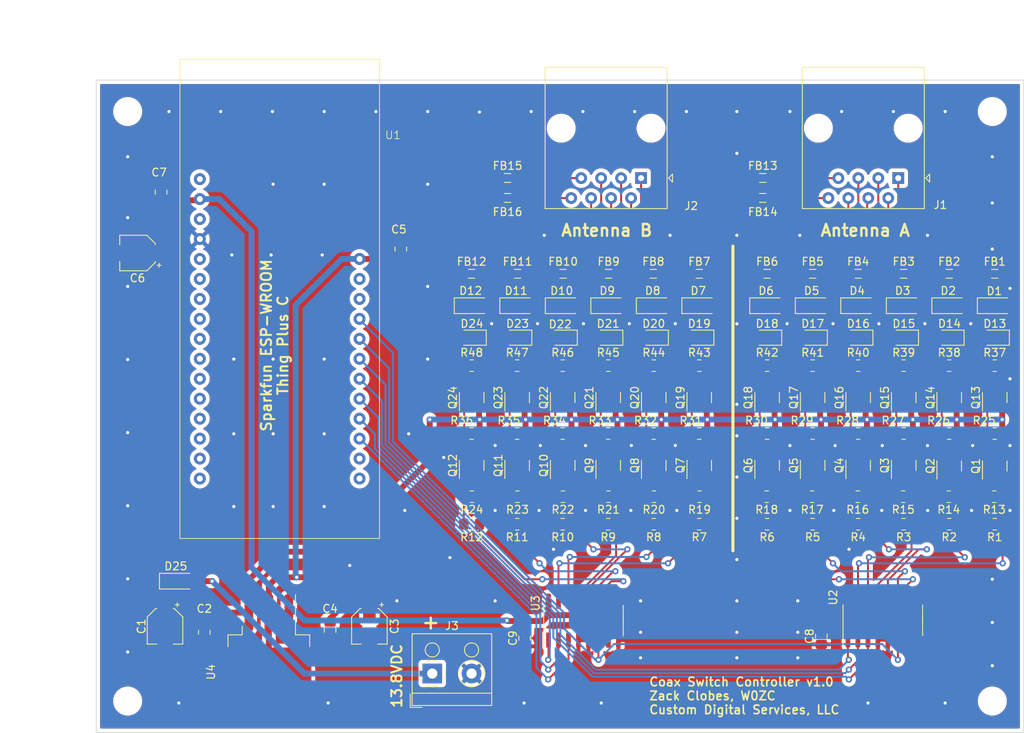
<source format=kicad_pcb>
(kicad_pcb (version 20221018) (generator pcbnew)
  (title_block (title "Coax Switch Controller") (date "2024-03-07") (rev "1.0") (company "Custom Digital Services, LLC"))
  (layers (0 "F.Cu" signal) (31 "B.Cu" signal) (34 "B.Paste" user) (35 "F.Paste" user) (36 "B.SilkS" user "B.Silkscreen") (37 "F.SilkS" user "F.Silkscreen") (38 "B.Mask" user) (39 "F.Mask" user) (44 "Edge.Cuts" user))
  (net 0 "")
  (net 1 "Net-(D1-K)")
  (net 2 "Net-(FB1-Pad2)")
  (net 3 "Net-(D14-A)")
  (net 4 "Net-(FB2-Pad2)")
  (net 5 "Net-(D17-A)")
  (net 6 "Net-(FB3-Pad2)")
  (net 7 "Net-(D10-K)")
  (net 8 "Net-(FB4-Pad2)")
  (net 9 "Net-(D11-K)")
  (net 10 "Net-(FB5-Pad2)")
  (net 11 "Net-(D18-A)")
  (net 12 "Net-(FB6-Pad2)")
  (net 13 "Net-(D13-K)")
  (net 14 "Net-(FB9-Pad2)")
  (net 15 "Net-(FB8-Pad2)")
  (net 16 "Net-(D14-K)")
  (net 17 "Net-(D16-K)")
  (net 18 "Net-(FB10-Pad2)")
  (net 19 "Net-(D18-K)")
  (net 20 "Net-(FB11-Pad2)")
  (net 21 "Net-(D20-K)")
  (net 22 "GND")
  (net 23 "+12V")
  (net 24 "Net-(U1-12)")
  (net 26 "Net-(FB12-Pad2)")
  (net 28 "Net-(FB13-Pad2)")
  (net 29 "Net-(U1-27)")
  (net 44 "Net-(D22-K)")
  (net 45 "Net-(D24-K)")
  (net 46 "Net-(FB15-Pad2)")
  (net 47 "Net-(FB16-Pad2)")
  (net 50 "+3.3V")
  (net 51 "Net-(U1-14)")
  (net 52 "Net-(U1-32)")
  (net 53 "Net-(U1-15)")
  (net 54 "Net-(U1-33)")
  (net 55 "Net-(U1-13_{slash}_LED)")
  (net 56 "+5V")
  (net 57 "Net-(FB14-Pad2)")
  (net 58 "Net-(D20-A)")
  (net 59 "Net-(D21-A)")
  (net 60 "Net-(D25-A)")
  (net 61 "Net-(Q1-B)")
  (net 62 "Net-(Q1-C)")
  (net 63 "Net-(Q2-B)")
  (net 64 "Net-(D15-K)")
  (net 65 "Net-(D17-K)")
  (net 66 "Net-(D19-K)")
  (net 67 "Net-(D21-K)")
  (net 68 "Net-(D23-K)")
  (net 69 "Net-(Q14-G)")
  (net 70 "Net-(FB7-Pad2)")
  (net 71 "Net-(Q3-B)")
  (net 72 "Net-(Q15-G)")
  (net 73 "Net-(Q4-B)")
  (net 74 "Net-(Q16-G)")
  (net 75 "Net-(Q5-B)")
  (net 76 "Net-(Q17-G)")
  (net 77 "Net-(Q6-B)")
  (net 78 "Net-(Q18-G)")
  (net 79 "Net-(Q7-B)")
  (net 80 "Net-(Q19-G)")
  (net 81 "Net-(Q8-B)")
  (net 82 "Net-(Q20-G)")
  (net 83 "Net-(Q9-B)")
  (net 84 "Net-(Q21-G)")
  (net 85 "Net-(Q10-B)")
  (net 86 "Net-(Q10-C)")
  (net 87 "Net-(Q11-B)")
  (net 88 "Net-(Q11-C)")
  (net 89 "Net-(Q12-B)")
  (net 90 "Net-(Q12-C)")
  (net 91 "Net-(D15-A)")
  (net 92 "Net-(D16-A)")
  (net 93 "Net-(D19-A)")
  (net 94 "Net-(D12-K)")
  (net 95 "Net-(U2-~{Y0})")
  (net 96 "Net-(U2-~{Y1})")
  (net 97 "Net-(U2-~{Y2})")
  (net 98 "Net-(U2-~{Y3})")
  (net 99 "Net-(U2-~{Y4})")
  (net 100 "Net-(U2-~{Y5})")
  (net 101 "Net-(U3-~{Y0})")
  (net 102 "Net-(U3-~{Y1})")
  (net 103 "Net-(U3-~{Y2})")
  (net 104 "Net-(U3-~{Y3})")
  (net 105 "Net-(U3-~{Y4})")
  (net 106 "Net-(U3-~{Y5})")
  (footprint "Diode_SMD:D_0805_2012Metric_Pad1.15x1.40mm_HandSolder" (layer "F.Cu") (at 185.3364 91.44 180)
    (fp_text reference "D16")
    (fp_text value "LED" hide)
  )
  (footprint "Resistor_SMD:R_0805_2012Metric_Pad1.20x1.40mm_HandSolder" (layer "F.Cu") (at 196.9008 115.17 180)
    (fp_text reference "R2")
    (fp_text value "4.7k" hide)
  )
  (footprint "Resistor_SMD:R_0805_2012Metric_Pad1.20x1.40mm_HandSolder" (layer "F.Cu") (at 191.0516 111.67 180)
    (fp_text reference "R15")
    (fp_text value "100k" hide)
  )
  (footprint "Resistor_SMD:R_0805_2012Metric_Pad1.20x1.40mm_HandSolder" (layer "F.Cu") (at 141.9352 103.632)
    (fp_text reference "R35")
    (fp_text value "10k" hide)
  )
  (footprint "Diode_SMD:D_SOD-123F" (layer "F.Cu") (at 98.634 122.42)
    (fp_text reference "D25")
    (fp_text value "1N4007" hide)
  )
  (footprint "Resistor_SMD:R_0805_2012Metric_Pad1.20x1.40mm_HandSolder" (layer "F.Cu") (at 179.5272 115.17 180)
    (fp_text reference "R5")
    (fp_text value "4.7k" hide)
  )
  (footprint "Inductor_SMD:L_0805_2012Metric_Pad1.05x1.20mm_HandSolder" (layer "F.Cu") (at 196.9008 83.312)
    (fp_text reference "FB2")
    (fp_text value "FerriteBead" hide)
  )
  (footprint "Diode_SMD:D_0805_2012Metric_Pad1.15x1.40mm_HandSolder" (layer "F.Cu") (at 165.1 91.44 180)
    (fp_text reference "D19")
    (fp_text value "LED" hide)
  )
  (footprint "Package_TO_SOT_SMD:SOT-23" (layer "F.Cu") (at 141.9352 107.696 90)
    (fp_text reference "Q11")
    (fp_text value "MMBT3904" hide)
  )
  (footprint "Resistor_SMD:R_0805_2012Metric_Pad1.20x1.40mm_HandSolder" (layer "F.Cu") (at 179.5272 103.632)
    (fp_text reference "R29")
    (fp_text value "10k" hide)
  )
  (footprint "Resistor_SMD:R_0805_2012Metric_Pad1.20x1.40mm_HandSolder" (layer "F.Cu") (at 179.5272 94.996)
    (fp_text reference "R41")
    (fp_text value "1k" hide)
  )
  (footprint "Diode_SMD:D_0805_2012Metric_Pad1.15x1.40mm_HandSolder" (layer "F.Cu") (at 202.692 91.44 180)
    (fp_text reference "D13")
    (fp_text value "LED" hide)
  )
  (footprint "Resistor_SMD:R_0805_2012Metric_Pad1.20x1.40mm_HandSolder" (layer "F.Cu") (at 153.5176 103.632)
    (fp_text reference "R33")
    (fp_text value "10k" hide)
  )
  (footprint "Inductor_SMD:L_0805_2012Metric_Pad1.05x1.20mm_HandSolder" (layer "F.Cu") (at 173.18 71.12)
    (fp_text reference "FB13")
    (fp_text value "FerriteBead" hide)
  )
  (footprint "Diode_SMD:D_SOD-123F" (layer "F.Cu") (at 179.5272 87.376)
    (fp_text reference "D5")
    (fp_text value "MRA4007T3G" hide)
  )
  (footprint "Inductor_SMD:L_0805_2012Metric_Pad1.05x1.20mm_HandSolder" (layer "F.Cu") (at 141.986 83.312)
    (fp_text reference "FB11")
    (fp_text value "FerriteBead" hide)
  )
  (footprint "Package_TO_SOT_SMD:SOT-23" (layer "F.Cu") (at 179.5272 99.06 90)
    (fp_text reference "Q17")
    (fp_text value "DMP2004K-7" hide)
  )
  (footprint "Package_TO_SOT_SMD:SOT-23" (layer "F.Cu") (at 191.1096 99.06 90)
    (fp_text reference "Q15")
    (fp_text value "DMP2004K-7" hide)
  )
  (footprint "Resistor_SMD:R_0805_2012Metric_Pad1.20x1.40mm_HandSolder" (layer "F.Cu") (at 173.736 94.996)
    (fp_text reference "R42")
    (fp_text value "1k" hide)
  )
  (footprint "Package_TO_SOT_SMD:SOT-23" (layer "F.Cu") (at 191.1096 107.696 90)
    (fp_text reference "Q3")
    (fp_text value "MMBT3904" hide)
  )
  (footprint "Package_TO_SOT_SMD:SOT-23" (layer "F.Cu") (at 173.736 99.06 90)
    (fp_text reference "Q18")
    (fp_text value "DMP2004K-7" hide)
  )
  (footprint "Resistor_SMD:R_0805_2012Metric_Pad1.20x1.40mm_HandSolder" (layer "F.Cu") (at 136.144 115.17 180)
    (fp_text reference "R12")
    (fp_text value "4.7k" hide)
  )
  (footprint "Package_TO_SOT_SMD:SOT-23" (layer "F.Cu") (at 202.692 99.06 90)
    (fp_text reference "Q13")
    (fp_text value "DMP2004K-7" hide)
  )
  (footprint "Capacitor_SMD:C_0805_2012Metric_Pad1.18x1.45mm_HandSolder" (layer "F.Cu") (at 118.134 128.67 -90)
    (fp_text reference "C4")
    (fp_text value ".01uF" hide)
  )
  (footprint "Package_TO_SOT_SMD:SOT-23" (layer "F.Cu") (at 153.5176 107.696 90)
    (fp_text reference "Q9")
    (fp_text value "MMBT3904" hide)
  )
  (footprint "Resistor_SMD:R_0805_2012Metric_Pad1.20x1.40mm_HandSolder" (layer "F.Cu") (at 196.9008 103.632)
    (fp_text reference "R26")
    (fp_text value "10k" hide)
  )
  (footprint "Diode_SMD:D_SOD-123F" (layer "F.Cu") (at 202.692 87.376)
    (fp_text reference "D1")
    (fp_text value "MRA4007T3G" hide)
  )
  (footprint "Resistor_SMD:R_0805_2012Metric_Pad1.20x1.40mm_HandSolder" (layer "F.Cu") (at 191.1096 115.17 180)
    (fp_text reference "R3")
    (fp_text value "4.7k" hide)
  )
  (footprint "Inductor_SMD:L_0805_2012Metric_Pad1.05x1.20mm_HandSolder" (layer "F.Cu") (at 140.716 71.12)
    (fp_text reference "FB15")
    (fp_text value "FerriteBead" hide)
  )
  (footprint "Diode_SMD:D_SOD-123F" (layer "F.Cu") (at 141.9352 87.376)
    (fp_text reference "D11")
    (fp_text value "MRA4007T3G" hide)
  )
  (footprint "Resistor_SMD:R_0805_2012Metric_Pad1.20x1.40mm_HandSolder" (layer "F.Cu") (at 165.134 111.67 180)
    (fp_text reference "R19")
    (fp_text value "100k" hide)
  )
  (footprint "Package_TO_SOT_SMD:SOT-23" (layer "F.Cu") (at 159.3088 99.06 90)
    (fp_text reference "Q20")
    (fp_text value "DMP2004K-7" hide)
  )
  (footprint "Diode_SMD:D_SOD-123F" (layer "F.Cu") (at 191.1096 87.376)
    (fp_text reference "D3")
    (fp_text value "MRA4007T3G" hide)
  )
  (footprint "Resistor_SMD:R_0805_2012Metric_Pad1.20x1.40mm_HandSolder" (layer "F.Cu") (at 136.178 111.67 180)
    (fp_text reference "R24")
    (fp_text value "100k" hide)
  )
  (footprint "Resistor_SMD:R_0805_2012Metric_Pad1.20x1.40mm_HandSolder" (layer "F.Cu") (at 159.3216 94.996)
    (fp_text reference "R44")
    (fp_text value "1k" hide)
  )
  (footprint "Diode_SMD:D_0805_2012Metric_Pad1.15x1.40mm_HandSolder" (layer "F.Cu") (at 196.9368 91.44 180)
    (fp_text reference "D14")
    (fp_text value "LED" hide)
  )
  (footprint "Diode_SMD:D_0805_2012Metric_Pad1.15x1.40mm_HandSolder" (layer "F.Cu") (at 141.9352 91.44 180)
    (fp_text reference "D23")
    (fp_text value "LED" hide)
  )
  (footprint "Package_TO_SOT_SMD:SOT-23" (layer "F.Cu") (at 165.1 99.06 90)
    (fp_text reference "Q19")
    (fp_text value "DMP2004K-7" hide)
  )
  (footprint "Package_TO_SOT_SMD:SOT-23" (layer "F.Cu") (at 185.3184 107.696 90)
    (fp_text reference "Q4")
    (fp_text value "MMBT3904" hide)
  )
  (footprint "Diode_SMD:D_SOD-123F" (layer "F.Cu") (at 173.736 87.376)
    (fp_text reference "D6")
    (fp_text value "MRA4007T3G" hide)
  )
  (footprint "Inductor_SMD:L_0805_2012Metric_Pad1.05x1.20mm_HandSolder" (layer "F.Cu") (at 165.1 83.312)
    (fp_text reference "FB7")
    (fp_text value "FerriteBead" hide)
  )
  (footprint "MountingHole:MountingHole_3.2mm_M3" (layer "F.Cu") (at 92.384 137.67)
    (fp_text reference "H4" hide)
    (fp_text value "MountingHole" hide)
  )
  (footprint "Package_TO_SOT_SMD:SOT-23" (layer "F.Cu") (at 141.9352 99.06 90)
    (fp_text reference "Q23")
    (fp_text value "DMP2004K-7" hide)
  )
  (footprint "Package_TO_SOT_SMD:SOT-23" (layer "F.Cu") (at 179.5272 107.696 90)
    (fp_text reference "Q5")
    (fp_text value "MMBT3904" hide)
  )
  (footprint "Resistor_SMD:R_0805_2012Metric_Pad1.20x1.40mm_HandSolder" (layer "F.Cu") (at 136.144 103.632)
    (fp_text reference "R36")
    (fp_text value "10k" hide)
  )
  (footprint "Package_TO_SOT_SMD:SOT-23" (layer "F.Cu") (at 196.9008 99.06 90)
    (fp_text reference "Q14")
    (fp_text value "DMP2004K-7" hide)
  )
  (footprint "Resistor_SMD:R_0805_2012Metric_Pad1.20x1.40mm_HandSolder" (layer "F.Cu") (at 202.692 103.632)
    (fp_text reference "R25")
    (fp_text value "10k" hide)
  )
  (footprint "Resistor_SMD:R_0805_2012Metric_Pad1.20x1.40mm_HandSolder" (layer "F.Cu") (at 136.144 94.996)
    (fp_text reference "R48")
    (fp_text value "1k" hide)
  )
  (footprint "Inductor_SMD:L_0805_2012Metric_Pad1.05x1.20mm_HandSolder" (layer "F.Cu") (at 159.258 83.312)
    (fp_text reference "FB8")
    (fp_text value "FerriteBead" hide)
  )
  (footprint "Package_TO_SOT_SMD:SOT-23" (layer "F.Cu") (at 196.9008 107.757 90)
    (fp_text reference "Q2")
    (fp_text value "MMBT3904" hide)
  )
  (footprint "Resistor_SMD:R_0805_2012Metric_Pad1.20x1.40mm_HandSolder" (layer "F.Cu") (at 191.1096 103.632)
    (fp_text reference "R27")
    (fp_text value "10k" hide)
  )
  (footprint "Resistor_SMD:R_0805_2012Metric_Pad1.20x1.40mm_HandSolder" (layer "F.Cu") (at 202.692 115.17 180)
    (fp_text reference "R1")
    (fp_text value "4.7k" hide)
  )
  (footprint "Inductor_SMD:L_0805_2012Metric_Pad1.05x1.20mm_HandSolder" (layer "F.Cu") (at 173.736 83.312)
    (fp_text reference "FB6")
    (fp_text value "FerriteBead" hide)
  )
  (footprint "TerminalBlock_RND:TerminalBlock_RND_205-00001_1x02_P5.00mm_Horizontal" (layer "F.Cu") (at 131.134 134.17)
    (fp_text reference "J3")
    (fp_text value "Screw_Terminal_01x02" hide)
  )
  (footprint "Resistor_SMD:R_0805_2012Metric_Pad1.20x1.40mm_HandSolder" (layer "F.Cu") (at 141.9352 115.17 180)
    (fp_text reference "R11")
    (fp_text value "4.7k" hide)
  )
  (footprint "Inductor_SMD:L_0805_2012Metric_Pad1.05x1.20mm_HandSolder" (layer "F.Cu") (at 179.5272 83.312)
    (fp_text reference "FB5")
    (fp_text value "FerriteBead" hide)
  )
  (footprint "Resistor_SMD:R_0805_2012Metric_Pad1.20x1.40mm_HandSolder" (layer "F.Cu") (at 159.3088 103.632)
    (fp_text reference "R32")
    (fp_text value "10k" hide)
  )
  (footprint "Diode_SMD:D_0805_2012Metric_Pad1.15x1.40mm_HandSolder" (layer "F.Cu") (at 153.5176 91.44 180)
    (fp_text reference "D21")
    (fp_text value "LED" hide)
  )
  (footprint "Diode_SMD:D_0805_2012Metric_Pad1.15x1.40mm_HandSolder" (layer "F.Cu") (at 173.736 91.44 180)
    (fp_text reference "D18")
    (fp_text value "LED" hide)
  )
  (footprint "MountingHole:MountingHole_3.2mm_M3" (layer "F.Cu") (at 202.384 137.67)
    (fp_text reference "H3" hide)
    (fp_text value "MountingHole" hide)
  )
  (footprint "Inductor_SMD:L_0805_2012Metric_Pad1.05x1.20mm_HandSolder" (layer "F.Cu") (at 173.18 73.66)
    (fp_text reference "FB14")
    (fp_text value "FerriteBead" hide)
  )
  (footprint "Custom DS:ESP32-WROOM Thing Plus C" (layer "F.Cu") (at 109.1845 78.887)
    (fp_text reference "U1")
    (fp_text value "~")
  )
  (footprint "Resistor_SMD:R_0805_2012Metric_Pad1.20x1.40mm_HandSolder" (layer "F.Cu") (at 185.3184 94.996)
    (fp_text reference "R40")
    (fp_text value "1k" hide)
  )
  (footprint "Diode_SMD:D_0805_2012Metric_Pad1.15x1.40mm_HandSolder" (layer "F.Cu") (at 179.5362 91.44 180)
    (fp_text reference "D17")
    (fp_text value "LED" hide)
  )
  (footprint "Diode_SMD:D_SOD-123F" (layer "F.Cu") (at 185.3184 87.376)
    (fp_text reference "D4")
    (fp_text value "MRA4007T3G" hide)
  )
  (footprint "Diode_SMD:D_SOD-123F" (layer "F.Cu") (at 153.5176 87.376)
    (fp_text reference "D9")
    (fp_text value "MRA4007T3G" hide)
  )
  (footprint "Resistor_SMD:R_0805_2012Metric_Pad1.20x1.40mm_HandSolder" (layer "F.Cu") (at 147.7328 94.996)
    (fp_text reference "R46")
    (fp_text value "1k" hide)
  )
  (footprint "Resistor_SMD:R_0805_2012Metric_Pad1.20x1.40mm_HandSolder" (layer "F.Cu") (at 165.1 103.632)
    (fp_text reference "R31")
    (fp_text value "10k" hide)
  )
  (footprint "Package_TO_SOT_SMD:SOT-23" (layer "F.Cu") (at 202.692 107.7745 90)
    (fp_text reference "Q1")
    (fp_text value "MMBT3904" hide)
  )
  (footprint "Capacitor_SMD:CP_Elec_4x5.3" (layer "F.Cu") (at 93.634 80.67 180)
    (fp_text reference "C6")
    (fp_text value "C_Polarized_US" hide)
  )
  (footprint "Diode_SMD:D_SOD-123F" (layer "F.Cu") (at 165.1 87.376)
    (fp_text reference "D7")
    (fp_text value "MRA4007T3G" hide)
  )
  (footprint "Package_TO_SOT_SMD:SOT-23" (layer "F.Cu") (at 173.736 107.696 90)
    (fp_text reference "Q6")
    (fp_text value "MMBT3904" hide)
  )
  (footprint "Resistor_SMD:R_0805_2012Metric_Pad1.20x1.40mm_HandSolder" (layer "F.Cu") (at 173.736 103.632)
    (fp_text reference "R30")
    (fp_text value "10k" hide)
  )
  (footprint "Inductor_SMD:L_0805_2012Metric_Pad1.05x1.20mm_HandSolder" (layer "F.Cu") (at 147.7772 83.312)
    (fp_text reference "FB10")
    (fp_text value "FerriteBead" hide)
  )
  (footprint "Diode_SMD:D_SOD-123F" (layer "F.Cu") (at 136.144 87.376)
    (fp_text reference "D12")
    (fp_text value "MRA4007T3G" hide)
  )
  (footprint "Diode_SMD:D_SOD-123F" (layer "F.Cu") (at 147.7264 87.376)
    (fp_text reference "D10")
    (fp_text value "MRA4007T3G" hide)
  )
  (footprint "Resistor_SMD:R_0805_2012Metric_Pad1.20x1.40mm_HandSolder" (layer "F.Cu") (at 141.9692 111.67 180)
    (fp_text reference "R23")
    (fp_text value "100k" hide)
  )
  (footprint "Capacitor_SMD:C_0805_2012Metric_Pad1.18x1.45mm_HandSolder" (layer "F.Cu") (at 142.884 129.67 -90)
    (fp_text reference "C9")
    (fp_text value ".01uF" hide)
  )
  (footprint "Resistor_SMD:R_0805_2012Metric_Pad1.20x1.40mm_HandSolder" (layer "F.Cu") (at 191.1096 94.996)
    (fp_text reference "R39")
    (fp_text value "1k" hide)
  )
  (footprint "Resistor_SMD:R_0805_2012Metric_Pad1.20x1.40mm_HandSolder" (layer "F.Cu") (at 159.3088 115.17 180)
    (fp_text reference "R8")
    (fp_text value "4.7k" hide)
  )
  (footprint "Package_TO_SOT_SMD:SOT-23" (layer "F.Cu") (at 185.3184 99.06 90)
    (fp_text reference "Q16")
    (fp_text value "DMP2004K-7" hide)
  )
  (footprint "Diode_SMD:D_0805_2012Metric_Pad1.15x1.40mm_HandSolder" (layer "F.Cu") (at 191.1366 91.44 180)
    (fp_text reference "D15")
    (fp_text value "LED" hide)
  )
  (footprint "Package_SO:SOIC-16_3.9x9.9mm_P1.27mm" (layer "F.Cu") (at 188.459 127.395 90)
    (fp_text reference "U2")
    (fp_text value "74HC238" hide)
  )
  (footprint "Diode_SMD:D_SOD-123F" (layer "F.Cu") (at 196.9008 87.376)
    (fp_text reference "D2")
    (fp_text value "MRA4007T3G" hide)
  )
  (footprint "Capacitor_SMD:C_0805_2012Metric_Pad1.18x1.45mm_HandSolder" (layer "F.Cu") (at 180.634 129.42 -90)
    (fp_text reference "C8")
    (fp_text value ".01uF" hide)
  )
  (footprint "Diode_SMD:D_0805_2012Metric_Pad1.15x1.40mm_HandSolder" (layer "F.Cu") (at 159.3088 91.44 180)
    (fp_text reference "D20")
    (fp_text value "LED" hide)
  )
  (footprint "Package_TO_SOT_SMD:TO-263-3_TabPin2" (layer "F.Cu") (at 110.344 134.07 -90)
    (fp_text reference "U4")
    (fp_text value "LM1085-5.0" hide)
  )
  (footprint "Package_TO_SOT_SMD:SOT-23" (layer "F.Cu") (at 147.7264 99.06 90)
    (fp_text reference "Q22")
    (fp_text value "DMP2004K-7" hide)
  )
  (footprint "Resistor_SMD:R_0805_2012Metric_Pad1.20x1.40mm_HandSolder" (layer "F.Cu") (at 141.9384 94.996)
    (fp_text reference "R47")
    (fp_text value "1k" hide)
  )
  (footprint "Package_TO_SOT_SMD:SOT-23" (layer "F.Cu") (at 153.5176 99.06 90)
    (fp_text reference "Q21")
    (fp_text value "DMP2004K-7" hide)
  )
  (footprint "Resistor_SMD:R_0805_2012Metric_Pad1.20x1.40mm_HandSolder" (layer "F.Cu") (at 153.5272 94.996)
    (fp_text reference "R45")
    (fp_text value "1k" hide)
  )
  (footprint "Diode_SMD:D_0805_2012Metric_Pad1.15x1.40mm_HandSolder" (layer "F.Cu") (at 136.144 91.44 180)
    (fp_text reference "D24")
    (fp_text value "LED" hide)
  )
  (footprint "Package_TO_SOT_SMD:SOT-23" (layer "F.Cu") (at 165.1 107.696 90)
    (fp_text reference "Q7")
    (fp_text value "MMBT3904" hide)
  )
  (footprint "Resistor_SMD:R_0805_2012Metric_Pad1.20x1.40mm_HandSolder" (layer "F.Cu") (at 179.4692 111.67 180)
    (fp_text reference "R17")
    (fp_text value "100k" hide)
  )
  (footprint "Inductor_SMD:L_0805_2012Metric_Pad1.05x1.20mm_HandSolder" (layer "F.Cu") (at 136.144 83.312)
    (fp_text reference "FB12")
    (fp_text value "FerriteBead" hide)
  )
  (footprint "Resistor_SMD:R_0805_2012Metric_Pad1.20x1.40mm_HandSolder" (layer "F.Cu") (at 165.1 115.17 180)
    (fp_text reference "R7")
    (fp_text value "4.7k" hide)
  )
  (footprint "Diode_SMD:D_SOD-123F" (layer "F.Cu") (at 159.3088 87.376)
    (fp_text reference "D8")
    (fp_text value "MRA4007T3G" hide)
  )
  (footprint "Resistor_SMD:R_0805_2012Metric_Pad1.20x1.40mm_HandSolder" (layer "F.Cu") (at 147.7604 111.67 180)
    (fp_text reference "R22")
    (fp_text value "100k" hide)
  )
  (footprint "Resistor_SMD:R_0805_2012Metric_Pad1.20x1.40mm_HandSolder" (layer "F.Cu") (at 185.3184 103.632)
    (fp_text reference "R28")
    (fp_text value "10k" hide)
  )
  (footprint "Capacitor_SMD:C_0805_2012Metric_Pad1.18x1.45mm_HandSolder" (layer "F.Cu") (at 102.134 128.92 -90)
    (fp_text reference "C2")
    (fp_text value ".01uF" hide)
  )
  (footprint "Inductor_SMD:L_0805_2012Metric_Pad1.05x1.20mm_HandSolder" (layer "F.Cu") (at 185.3184 83.312)
    (fp_text reference "FB4")
    (fp_text value "FerriteBead" hide)
  )
  (footprint "Resistor_SMD:R_0805_2012Metric_Pad1.20x1.40mm_HandSolder" (layer "F.Cu") (at 147.7264 115.17 180)
    (fp_text reference "R10")
    (fp_text value "4.7k" hide)
  )
  (footprint "Resistor_SMD:R_0805_2012Metric_Pad1.20x1.40mm_HandSolder" (layer "F.Cu") (at 202.634 111.67 180)
    (fp_text reference "R13")
    (fp_text value "100k" hide)
  )
  (footprint "Resistor_SMD:R_0805_2012Metric_Pad1.20x1.40mm_HandSolder" (layer "F.Cu") (at 185.2604 111.67 180)
    (fp_text reference "R16")
    (fp_text value "100k" hide)
  )
  (footprint "Resistor_SMD:R_0805_2012Metric_Pad1.20x1.40mm_HandSolder" (layer "F.Cu") (at 196.8428 111.67 180)
    (fp_text reference "R14")
    (fp_text value "100k" hide)
  )
  (footprint "MountingHole:MountingHole_3.2mm_M3" (layer "F.Cu") (at 92.384 62.67)
    (fp_text reference "H2" hide)
    (fp_text value "MountingHole" hide)
  )
  (footprint "Resistor_SMD:R_0805_2012Metric_Pad1.20x1.40mm_HandSolder" (layer "F.Cu") (at 173.678 111.67 180)
    (fp_text reference "R18")
    (fp_text value "100k" hide)
  )
  (footprint "Resistor_SMD:R_0805_2012Metric_Pad1.20x1.40mm_HandSolder" (layer "F.Cu") (at 153.5516 111.67 180)
    (fp_text reference "R21")
    (fp_text value "100k" hide)
  )
  (footprint "Inductor_SMD:L_0805_2012Metric_Pad1.05x1.20mm_HandSolder" (layer "F.Cu") (at 153.5684 83.312)
    (fp_text reference "FB9")
    (fp_text value "FerriteBead" hide)
  )
  (footprint "Capacitor_SMD:C_0805_2012Metric_Pad1.18x1.45mm_HandSolder" (layer "F.Cu") (at 127.134 80.17 90)
    (fp_text reference "C5")
    (fp_text value ".01uF" hide)
  )
  (footprint "MountingHole:MountingHole_3.2mm_M3" (layer "F.Cu") (at 202.384 62.67)
    (fp_text reference "H1" hide)
    (fp_text value "MountingHole" hide)
  )
  (footprint "Resistor_SMD:R_0805_2012Metric_Pad1.20x1.40mm_HandSolder" (layer "F.Cu") (at 173.736 115.17 180)
    (fp_text reference "R6")
    (fp_text value "4.7k" hide)
  )
  (footprint "Resistor_SMD:R_0805_2012Metric_Pad1.20x1.40mm_HandSolder" (layer "F.Cu") (at 153.5176 115.17 180)
    (fp_text reference "R9")
    (fp_text value "4.7k" hide)
  )
  (footprint "Package_TO_SOT_SMD:SOT-23" (layer "F.Cu") (at 136.144 107.696 90)
    (fp_text reference "Q12")
    (fp_text value "MMBT3904" hide)
  )
  (footprint "Capacitor_SMD:CP_Elec_4x5.3" (layer "F.Cu") (at 97.134 128.17 -90)
    (fp_text reference "C1")
    (fp_text value "C_Polarized_US" hide)
  )
  (footprint "Connector_RJ:RJ45_Amphenol_54602-x08_Horizontal" (layer "F.Cu") (at 157.6985 71.14 180)
    (fp_text reference "J2")
    (fp_text value "8P8C" hide)
  )
  (footprint "Resistor_SMD:R_0805_2012Metric_Pad1.20x1.40mm_HandSolder" (layer "F.Cu") (at 196.9008 94.996)
    (fp_text reference "R38")
    (fp_text value "1k" hide)
  )
  (footprint "Inductor_SMD:L_0805_2012Metric_Pad1.05x1.20mm_HandSolder" (layer "F.Cu") (at 140.716 73.66)
    (fp_text reference "FB16")
    (fp_text value "FerriteBead" hide)
  )
  (footprint "Resistor_SMD:R_0805_2012Metric_Pad1.20x1.40mm_HandSolder" (layer "F.Cu") (at 185.3184 115.17 180)
    (fp_text reference "R4")
    (fp_text value "4.7k" hide)
  )
  (footprint "Capacitor_SMD:CP_Elec_4x5.3" (layer "F.Cu") (at 123.134 128.17 -90)
    (fp_text reference "C3")
    (fp_text value "C_Polarized_US" hide)
  )
  (footprint "Connector_RJ:RJ45_Amphenol_54602-x08_Horizontal" (layer "F.Cu") (at 190.4165 71.14 180)
    (fp_text reference "J1")
    (fp_text value "8P8C" hide)
  )
  (footprint "Package_TO_SOT_SMD:SOT-23" (layer "F.Cu") (at 136.144 99.06 90)
    (fp_text reference "Q24")
    (fp_text value "DMP2004K-7" hide)
  )
  (footprint "Resistor_SMD:R_0805_2012Metric_Pad1.20x1.40mm_HandSolder" (layer "F.Cu") (at 202.692 94.996)
    (fp_text reference "R37")
    (fp_text value "1k" hide)
  )
  (footprint "Resistor_SMD:R_0805_2012Metric_Pad1.20x1.40mm_HandSolder" (layer "F.Cu") (at 159.3428 111.67 180)
    (fp_text reference "R20")
    (fp_text value "100k" hide)
  )
  (footprint "Diode_SMD:D_0805_2012Metric_Pad1.15x1.40mm_HandSolder" (layer "F.Cu") (at 147.7264 91.44 180)
    (fp_text reference "D22")
    (fp_text value "LED" hide)
  )
  (footprint "Package_TO_SOT_SMD:SOT-23" (layer "F.Cu") (at 159.3088 107.696 90)
    (fp_text reference "Q8")
    (fp_text value "MMBT3904" hide)
  )
  (footprint "Package_SO:SOIC-16_3.9x9.9mm_P1.27mm" (layer "F.Cu") (at 150.368 127.443 90)
    (fp_text reference "U3")
    (fp_text value "74HC238" hide)
  )
  (footprint "Inductor_SMD:L_0805_2012Metric_Pad1.05x1.20mm_HandSolder" (layer "F.Cu") (at 191.1096 83.312)
    (fp_text reference "FB3")
    (fp_text value "FerriteBead" hide)
  )
  (footprint "Resistor_SMD:R_0805_2012Metric_Pad1.20x1.40mm_HandSolder" (layer "F.Cu") (at 165.116 94.996)
    (fp_text reference "R43")
    (fp_text value "1k" hide)
  )
  (footprint "Package_TO_SOT_SMD:SOT-23" (layer "F.Cu") (at 147.7264 107.696 90)
    (fp_text reference "Q10")
    (fp_text value "MMBT3904" hide)
  )
  (footprint "Resistor_SMD:R_0805_2012Metric_Pad1.20x1.40mm_HandSolder" (layer "F.Cu") (at 147.7264 103.632)
    (fp_text reference "R34")
    (fp_text value "10k" hide)
  )
  (footprint "Inductor_SMD:L_0805_2012Metric_Pad1.05x1.20mm_HandSolder" (layer "F.Cu") (at 202.692 83.312)
    (fp_text reference "FB1")
    (fp_text value "FerriteBead" hide)
  )
  (footprint "Capacitor_SMD:C_0805_2012Metric_Pad1.18x1.45mm_HandSolder" (layer "F.Cu") (at 96.634 72.92 90)
    (fp_text reference "C7")
    (fp_text value ".01uF" hide)
  )
  (gr_line (start 169.384 118.545) (end 169.384 79.795) (stroke (width 0.4)) (layer "F.SilkS"))
  (gr_rect (start 88.384 58.67) (end 206.384 141.67) (stroke (width 0.1)) (fill none) (layer "Edge.Cuts"))
  (gr_text "Sparkfun ESP-WROOM\nThing Plus C" (at 112.884 92.42 90) (layer "F.SilkS") (effects (font (size 1.3 1.3) (thickness 0.25) bold) (justify bottom)))
  (gr_text "Coax Switch Controller v1.0\nZack Clobes, W0ZC\nCustom Digital Services, LLC" (at 158.634 139.42) (layer "F.SilkS") (effects (font (size 1.1 1.1) (thickness 0.2) bold) (justify left bottom)))
  (gr_text "Antenna B" (at 147.384 78.67) (layer "F.SilkS") (effects (font (size 1.5 1.5) (thickness 0.3) bold) (justify left bottom)))
  (gr_text "Antenna A" (at 180.384 78.67) (layer "F.SilkS") (effects (font (size 1.5 1.5) (thickness 0.3) bold) (justify left bottom)))
  (gr_text "13.8VDC" (at 127.384 138.67 90) (layer "F.SilkS") (effects (font (size 1.3 1.3) (thickness 0.25) bold) (justify left bottom)))
  (gr_text "+" (at 129.634 128.67) (layer "F.SilkS") (effects (font (size 1.8 1.8) (thickness 0.3) bold) (justify left bottom)))
  (segment (start 201.542 87.126) (end 201.542 83.312) (width 0.25) (layer "F.Cu") (net 1))
  (segment (start 201.667 91.44) (end 202.692 92.465) (width 0.25) (layer "F.Cu") (net 1))
  (segment (start 201.292 87.376) (end 201.542 87.126) (width 0.25) (layer "F.Cu") (net 1))
  (segment (start 201.292 87.376) (end 201.292 91.065) (width 0.25) (layer "F.Cu") (net 1))
  (segment (start 201.292 91.065) (end 201.667 91.44) (width 0.25) (layer "F.Cu") (net 1))
  (segment (start 202.692 92.465) (end 202.692 98.1225) (width 0.25) (layer "F.Cu") (net 1))
  (segment (start 200.95 80.42) (end 192.884 80.42) (width 0.25) (layer "F.Cu") (net 2))
  (segment (start 190.4165 77.9525) (end 190.4165 71.14) (width 0.25) (layer "F.Cu") (net 2))
  (segment (start 203.842 83.312) (end 200.95 80.42) (width 0.25) (layer "F.Cu") (net 2))
  (segment (start 192.884 80.42) (end 190.4165 77.9525) (width 0.25) (layer "F.Cu") (net 2))
  (segment (start 195.7508 87.126) (end 195.5008 87.376) (width 0.25) (layer "F.Cu") (net 3))
  (segment (start 196.9008 98.1225) (end 196.9008 92.429) (width 0.25) (layer "F.Cu") (net 3))
  (segment (start 195.5008 91.029) (end 195.9118 91.44) (width 0.25) (layer "F.Cu") (net 3))
  (segment (start 196.9008 92.429) (end 195.9118 91.44) (width 0.25) (layer "F.Cu") (net 3))
  (segment (start 195.5008 87.376) (end 195.5008 91.029) (width 0.25) (layer "F.Cu") (net 3))
  (segment (start 195.7508 83.312) (end 195.7508 87.126) (width 0.25) (layer "F.Cu") (net 3))
  (segment (start 198.0508 83.312) (end 196.4088 81.67) (width 0.25) (layer "F.Cu") (net 4))
  (segment (start 189.1465 78.1825) (end 189.1465 73.68) (width 0.25) (layer "F.Cu") (net 4))
  (segment (start 192.634 81.67) (end 189.1465 78.1825) (width 0.25) (layer "F.Cu") (net 4))
  (segment (start 196.4088 81.67) (end 192.634 81.67) (width 0.25) (layer "F.Cu") (net 4))
  (segment (start 179.5272 98.1225) (end 179.5272 92.456) (width 0.25) (layer "F.Cu") (net 5))
  (segment (start 178.1272 87.376) (end 178.1272 91.056) (width 0.25) (layer "F.Cu") (net 5))
  (segment (start 178.3772 87.126) (end 178.1272 87.376) (width 0.25) (layer "F.Cu") (net 5))
  (segment (start 179.5272 92.456) (end 178.5112 91.44) (width 0.25) (layer "F.Cu") (net 5))
  (segment (start 178.1272 91.056) (end 178.5112 91.44) (width 0.25) (layer "F.Cu") (net 5))
  (segment (start 178.3772 83.312) (end 178.3772 87.126) (width 0.25) (layer "F.Cu") (net 5))
  (segment (start 187.8765 78.548896) (end 187.8765 71.14) (width 0.25) (layer "F.Cu") (net 6))
  (segment (start 192.2596 82.837) (end 192.164604 82.837) (width 0.25) (layer "F.Cu") (net 6))
  (segment (start 192.2596 83.312) (end 192.2596 82.837) (width 0.25) (layer "F.Cu") (net 6))
  (segment (start 192.164604 82.837) (end 187.8765 78.548896) (width 0.25) (layer "F.Cu") (net 6))
  (segment (start 147.7264 98.1225) (end 147.7264 92.465) (width 0.25) (layer "F.Cu") (net 7))
  (segment (start 147.7264 92.465) (end 146.7014 91.44) (width 0.25) (layer "F.Cu") (net 7))
  (segment (start 146.384 91.5145) (end 146.384 87.8255) (width 0.25) (layer "F.Cu") (net 7))
  (segment (start 146.6272 87.0752) (end 146.3264 87.376) (width 0.25) (layer "F.Cu") (net 7))
  (segment (start 146.6272 83.312) (end 146.6272 87.0752) (width 0.25) (layer "F.Cu") (net 7))
  (segment (start 146.7014 87.751) (end 146.3264 87.376) (width 0.25) (layer "F.Cu") (net 7))
  (segment (start 186.4684 83.312) (end 186.4684 73.8181) (width 0.25) (layer "F.Cu") (net 8))
  (segment (start 186.4684 73.8181) (end 186.6065 73.68) (width 0.25) (layer "F.Cu") (net 8))
  (segment (start 141.9352 92.465) (end 140.9102 91.44) (width 0.25) (layer "F.Cu") (net 9))
  (segment (start 140.5352 87.376) (end 140.5352 91.065) (width 0.25) (layer "F.Cu") (net 9))
  (segment (start 140.836 87.0752) (end 140.5352 87.376) (width 0.25) (layer "F.Cu") (net 9))
  (segment (start 140.836 83.312) (end 140.836 87.0752) (width 0.25) (layer "F.Cu") (net 9))
  (segment (start 140.5352 91.065) (end 140.9102 91.44) (width 0.25) (layer "F.Cu") (net 9))
  (segment (start 141.9352 98.1225) (end 141.9352 92.465) (width 0.25) (layer "F.Cu") (net 9))
  (segment (start 181.2022 83.312) (end 185.3365 79.1777) (width 0.25) (layer "F.Cu") (net 10))
  (segment (start 185.3365 79.1777) (end 185.3365 71.14) (width 0.25) (layer "F.Cu") (net 10))
  (segment (start 180.6772 83.312) (end 181.2022 83.312) (width 0.25) (layer "F.Cu") (net 10))
  (segment (start 173.736 98.1225) (end 173.736 92.456) (width 0.25) (layer "F.Cu") (net 11))
  (segment (start 173.736 92.456) (end 173.727 92.456) (width 0.25) (layer "F.Cu") (net 11))
  (segment (start 172.336 87.376) (end 172.336 91.065) (width 0.25) (layer "F.Cu") (net 11))
  (segment (start 172.586 87.126) (end 172.336 87.376) (width 0.25) (layer "F.Cu") (net 11))
  (segment (start 172.586 83.312) (end 172.586 87.126) (width 0.25) (layer "F.Cu") (net 11))
  (segment (start 172.336 91.065) (end 172.711 91.44) (width 0.25) (layer "F.Cu") (net 11))
  (segment (start 173.727 92.456) (end 172.711 91.44) (width 0.25) (layer "F.Cu") (net 11))
  (segment (start 174.886 83.312) (end 176.528 81.67) (width 0.25) (layer "F.Cu") (net 12))
  (segment (start 181.134 81.67) (end 184.0665 78.7375) (width 0.25) (layer "F.Cu") (net 12))
  (segment (start 176.528 81.67) (end 181.134 81.67) (width 0.25) (layer "F.Cu") (net 12))
  (segment (start 184.0665 78.7375) (end 184.0665 73.68) (width 0.25) (layer "F.Cu") (net 12))
  (segment (start 203.717 94.971) (end 203.692 94.996) (width 0.25) (layer "F.Cu") (net 13))
  (segment (start 203.717 91.44) (end 203.717 94.971) (width 0.25) (layer "F.Cu") (net 13))
  (segment (start 154.7184 83.312) (end 155.1585 82.8719) (width 0.25) (layer "F.Cu") (net 14))
  (segment (start 155.1585 82.8719) (end 155.1585 71.14) (width 0.25) (layer "F.Cu") (net 14))
  (segment (start 156.4285 79.2125) (end 156.4285 73.68) (width 0.25) (layer "F.Cu") (net 15))
  (segment (start 160.408 83.312) (end 160.408 83.192) (width 0.25) (layer "F.Cu") (net 15))
  (segment (start 160.408 83.192) (end 156.4285 79.2125) (width 0.25) (layer "F.Cu") (net 15))
  (segment (start 197.9618 91.44) (end 197.9618 94.935) (width 0.25) (layer "F.Cu") (net 16))
  (segment (start 197.9618 94.935) (end 197.9008 94.996) (width 0.25) (layer "F.Cu") (net 16))
  (segment (start 186.3614 94.953) (end 186.3184 94.996) (width 0.25) (layer "F.Cu") (net 17))
  (segment (start 186.3614 91.44) (end 186.3614 94.953) (width 0.25) (layer "F.Cu") (net 17))
  (segment (start 149.86 83.312) (end 153.8885 79.2835) (width 0.25) (layer "F.Cu") (net 18))
  (segment (start 153.8885 79.2835) (end 153.8885 73.68) (width 0.25) (layer "F.Cu") (net 18))
  (segment (start 148.9272 83.312) (end 149.86 83.312) (width 0.25) (layer "F.Cu") (net 18))
  (segment (start 174.761 94.971) (end 174.736 94.996) (width 0.25) (layer "F.Cu") (net 19))
  (segment (start 174.761 91.44) (end 174.761 94.971) (width 0.25) (layer "F.Cu") (net 19))
  (segment (start 149.634 81.67) (end 152.6185 78.6855) (width 0.25) (layer "F.Cu") (net 20))
  (segment (start 144.778 81.67) (end 149.634 81.67) (width 0.25) (layer "F.Cu") (net 20))
  (segment (start 152.6185 78.6855) (end 152.6185 71.14) (width 0.25) (layer "F.Cu") (net 20))
  (segment (start 143.136 83.312) (end 144.778 81.67) (width 0.25) (layer "F.Cu") (net 20))
  (segment (start 160.3338 91.44) (end 160.3338 94.9838) (width 0.25) (layer "F.Cu") (net 21))
  (segment (start 160.3338 94.9838) (end 160.3216 94.996) (width 0.25) (layer "F.Cu") (net 21))
  (via (at 123.967332 62.67) (size 0.8) (drill 0.4) (layers "F.Cu" "B.Cu") (net 22))
  (via (at 194.134 78.42) (size 0.8) (drill 0.4) (layers "F.Cu" "B.Cu") (net 22))
  (via (at 169.884 114.42) (size 0.8) (drill 0.4) (layers "F.Cu" "B.Cu") (net 22))
  (via (at 177.634 132.17) (size 0.8) (drill 0.4) (layers "F.Cu" "B.Cu") (net 22))
  (via (at 193.802 89.662) (size 0.8) (drill 0.4) (layers "F.Cu" "B.Cu") (net 22))
  (via (at 144.884 105.17) (size 0.8) (drill 0.4) (layers "F.Cu" "B.Cu") (net 22))
  (via (at 176.634 113.42) (size 0.8) (drill 0.4) (layers "F.Cu" "B.Cu") (net 22))
  (via (at 189.800662 62.67) (size 0.8) (drill 0.4) (layers "F.Cu" "B.Cu") (net 22))
  (via (at 104.217333 62.67) (size 0.8) (drill 0.4) (layers "F.Cu" "B.Cu") (net 22))
  (via (at 187.96 89.662) (size 0.8) (drill 0.4) (layers "F.Cu" "B.Cu") (net 22))
  (via (at 117.383999 62.67) (size 0.8) (drill 0.4) (layers "F.Cu" "B.Cu") (net 22))
  (via (at 176.276 89.662) (size 0.8) (drill 0.4) (layers "F.Cu" "B.Cu") (net 22))
  (via (at 142.8215 137.92) (size 0.8) (drill 0.4) (layers "F.Cu" "B.Cu") (net 22))
  (via (at 169.884 62.67) (size 0.8) (drill 0.4) (layers "F.Cu" "B.Cu") (net 22))
  (via (at 188.318 113.42) (size 0.8) (drill 0.4) (layers "F.Cu" "B.Cu") (net 22))
  (via (at 177.884 78.42) (size 0.8) (drill 0.4) (layers "F.Cu" "B.Cu") (net 22))
  (via (at 177.634 124.92) (size 0.8) (drill 0.4) (layers "F.Cu" "B.Cu") (net 22))
  (via (at 169.884 67.991428) (size 0.8) (drill 0.4) (layers "F.Cu" "B.Cu") (net 22))
  (via (at 133.384 119.42) (size 0.8) (drill 0.4) (layers "F.Cu" "B.Cu") (net 22))
  (via (at 162.052 105.156) (size 0.8) (drill 0.4) (layers "F.Cu" "B.Cu") (net 22))
  (via (at 110.884 71.92) (size 0.8) (drill 0.4) (layers "F.Cu" "B.Cu") (net 22))
  (via (at 157.634 132.17) (size 0.8) (drill 0.4) (layers "F.Cu" "B.Cu") (net 22))
  (via (at 150.300664 62.67) (size 0.8) (drill 0.4) (layers "F.Cu" "B.Cu") (net 22))
  (via (at 127.634 113.42) (size 0.8) (drill 0.4) (layers "F.Cu" "B.Cu") (net 22))
  (via (at 202.384 122.17) (size 0.8) (drill 0.4) (layers "F.Cu" "B.Cu") (net 22))
  (via (at 169.884 89.67) (size 0.8) (drill 0.4) (layers "F.Cu" "B.Cu") (net 22))
  (via (at 163.46733 62.67) (size 0.8) (drill 0.4) (layers "F.Cu" "B.Cu") (net 22))
  (via (at 139.134 113.42) (size 0.8) (drill 0.4) (layers "F.Cu" "B.Cu") (net 22))
  (via (at 92.384 68.42) (size 0.8) (drill 0.4) (layers "F.Cu" "B.Cu") (net 22))
  (via (at 199.884 105.17) (size 0.8) (drill 0.4) (layers "F.Cu" "B.Cu") (net 22))
  (via (at 117.384 112.92) (size 0.8) (drill 0.4) (layers "F.Cu" "B.Cu") (net 22))
  (via (at 182.118 89.662) (size 0.8) (drill 0.4) (layers "F.Cu" "B.Cu") (net 22))
  (via (at 105.884 112.92) (size 0.8) (drill 0.4) (layers "F.Cu" "B.Cu") (net 22))
  (via (at 130.550665 84.92) (size 0.8) (drill 0.4) (layers "F.Cu" "B.Cu") (net 22))
  (via (at 110.884 94.17) (size 0.8) (drill 0.4) (layers "F.Cu" "B.Cu") (net 22))
  (via (at 120.634 120.42) (size 0.8) (drill 0.4) (layers "F.Cu" "B.Cu") (net 22))
  (via (at 92.384 76.17) (size 0.8) (drill 0.4) (layers "F.Cu" "B.Cu") (net 22))
  (via (at 105.884 103.67) (size 0.8) (drill 0.4) (layers "F.Cu" "B.Cu") (net 22))
  (via (at 139.134 124.92) (size 0.8) (drill 0.4) (layers "F.Cu" "B.Cu") (net 22))
  (via (at 139.134 105.156) (size 0.8) (drill 0.4) (layers "F.Cu" "B.Cu") (net 22))
  (via (at 92.384 112.82) (size 0.8) (drill 0.4) (layers "F.Cu" "B.Cu") (net 22))
  (via (at 110.800666 62.67) (size 0.8) (drill 0.4) (layers "F.Cu" "B.Cu") (net 22))
  (via (at 202.384 74.295) (size 0.8) (drill 0.4) (layers "F.Cu" "B.Cu") (net 22))
  (via (at 152.634 137.92) (size 0.8) (drill 0.4) (layers "F.Cu" "B.Cu") (net 22))
  (via (at 204.634 96.67) (size 0.8) (drill 0.4) (layers "F.Cu" "B.Cu") (net 22))
  (via (at 117.384 71.92) (size 0.8) (drill 0.4) (layers "F.Cu" "B.Cu") (net 22))
  (via (at 117.884 137.92) (size 0.8) (drill 0.4) (layers "F.Cu" "B.Cu") (net 22))
  (via (at 202.384 80.17) (size 0.8) (drill 0.4) (layers "F.Cu" "B.Cu") (net 22))
  (via (at 144.526 89.662) (size 0.8) (drill 0.4) (layers "F.Cu" "B.Cu") (net 22))
  (via (at 157.634 124.92) (size 0.8) (drill 0.4) (layers "F.Cu" "B.Cu") (net 22))
  (via (at 128.134 103.67) (size 0.8) (drill 0.4) (layers "F.Cu" "B.Cu") (net 22))
  (via (at 176.634 105.17) (size 0.8) (drill 0.4) (layers "F.Cu" "B.Cu") (net 22))
  (via (at 182.384 105.17) (size 0.8) (drill 0.4) (layers "F.Cu" "B.Cu") (net 22))
  (via (at 98.884 137.92) (size 0.8) (drill 0.4) (layers "F.Cu" "B.Cu") (net 22))
  (via (at 156.464 105.156) (size 0.8) (drill 0.4) (layers "F.Cu" "B.Cu") (net 22))
  (via (at 204.634 85.17) (size 0.8) (drill 0.4) (layers "F.Cu" "B.Cu") (net 22))
  (via (at 105.884 94.17) (size 0.8) (drill 0.4) (layers "F.Cu" "B.Cu") (net 22))
  (via (at 169.884 109.17) (size 0.8) (drill 0.4) (layers "F.Cu" "B.Cu") (net 22))
  (via (at 105.634 80.92) (size 0.8) (drill 0.4) (layers "F.Cu" "B.Cu") (net 22))
  (via (at 199.748 113.42) (size 0.8) (drill 0.4) (layers "F.Cu" "B.Cu") (net 22))
  (via (at 186.5715 137.92) (size 0.8) (drill 0.4) (layers "F.Cu" "B.Cu") (net 22))
  (via (at 150.634 105.17) (size 0.8) (drill 0.4) (layers "F.Cu" "B.Cu") (net 22))
  (via (at 150.634 113.42) (size 0.8) (drill 0.4) (layers "F.Cu" "B.Cu") (net 22))
  (via (at 146.558 118.364) (size 0.8) (drill 0.4) (layers "F.Cu" "B.Cu") (net 22))
  (via (at 169.884 119.67) (size 0.8) (drill 0.4) (layers "F.Cu" "B.Cu") (net 22))
  (via (at 183.217329 62.67) (size 0.8) (drill 0.4) (layers "F.Cu" "B.Cu") (net 22))
  (via (at 196.384 137.92) (size 0.8) (drill 0.4) (layers "F.Cu" "B.Cu") (net 22))
  (via (at 130.550665 94.17) (size 0.8) (drill 0.4) (layers "F.Cu" "B.Cu") (net 22))
  (via (at 184.15 118.364) (size 0.8) (drill 0.4) (layers "F.Cu" "B.Cu") (net 22))
  (via (at 157.634 128.92) (size 0.8) (drill 0.4) (layers "F.Cu" "B.Cu") (net 22))
  (via (at 137.133998 62.738) (size 0.8) (drill 0.4) (layers "F.Cu" "B.Cu") (net 22))
  (via (at 145.384 78.42) (size 0.8) (drill 0.4) (layers "F.Cu" "B.Cu") (net 22))
  (via (at 92.384 103.52) (size 0.8) (drill 0.4) (layers "F.Cu" "B.Cu") (net 22))
  (via (at 156.406 113.42) (size 0.8) (drill 0.4) (layers "F.Cu" "B.Cu") (net 22))
  (via (at 143.717331 62.67) (size 0.8) (drill 0.4) (layers "F.Cu" "B.Cu") (net 22))
  (via (at 117.134 80.92) (size 0.8) (drill 0.4) (layers "F.Cu" "B.Cu") (net 22))
  (via (at 162.248 113.42) (size 0.8) (drill 0.4) (layers "F.Cu" "B.Cu") (net 22))
  (via (at 202.384 68.42) (size 0.8) (drill 0.4) (layers "F.Cu" "B.Cu") (net 22))
  (via (at 117.384 103.67) (size 0.8) (drill 0.4) (layers "F.Cu" "B.Cu") (net 22))
  (via (at 110.884 103.67) (size 0.8) (drill 0.4) (layers "F.Cu" "B.Cu") (net 22))
  (via (at 110.634 80.92) (size 0.8) (drill 0.4) (layers "F.Cu" "B.Cu") (net 22))
  (via (at 169.884 78.42) (size 0.8) (drill 0.4) (layers "F.Cu" "B.Cu") (net 22))
  (via (at 169.884 124.92) (size 0.8) (drill 0.4) (layers "F.Cu" "B.Cu") (net 22))
  (via (at 156.21 89.662) (size 0.8) (drill 0.4) (layers "F.Cu" "B.Cu") (net 22))
  (via (at 169.884 128.92) (size 0.8) (drill 0.4) (layers "F.Cu" "B.Cu") (net 22))
  (via (at 126.634 124.92) (size 0.8) (drill 0.4) (layers "F.Cu" "B.Cu") (net 22))
  (via (at 117.384 94.17) (size 0.8) (drill 0.4) (layers "F.Cu" "B.Cu") (net 22))
  (via (at 204.634 113.42) (size 0.8) (drill 0.4) (layers "F.Cu" "B.Cu") (net 22))
  (via (at 194.16 113.42) (size 0.8) (drill 0.4) (layers "F.Cu" "B.Cu") (net 22))
  (via (at 204.634 105.17) (size 0.8) (drill 0.4) (layers "F.Cu" "B.Cu") (net 22))
  (via (at 110.884 112.92) (size 0.8) (drill 0.4) (layers "F.Cu" "B.Cu") (net 22))
  (via (at 162.052 89.662) (size 0.8) (drill 0.4) (layers "F.Cu" "B.Cu") (net 22))
  (via (at 202.384 127.67) (size 0.8) (drill 0.4) (layers "F.Cu" "B.Cu") (net 22))
  (via (at 97.634 62.67) (size 0.8) (drill 0.4) (layers "F.Cu" "B.Cu") (net 22))
  (via (at 169.884 99.92) (size 0.8) (drill 0.4) (layers "F.Cu" "B.Cu") (net 22))
  (via (at 92.384 122.12) (size 0.8) (drill 0.4) (layers "F.Cu" "B.Cu") (net 22))
  (via (at 177.634 128.92) (size 0.8) (drill 0.4) (layers "F.Cu" "B.Cu") (net 22))
  (via (at 130.550665 71.92) (size 0.8) (drill 0.4) (layers "F.Cu" "B.Cu") (net 22))
  (via (at 150.368 89.662) (size 0.8) (drill 0.4) (layers "F.Cu" "B.Cu") (net 22))
  (via (at 92.384 94.22) (size 0.8) (drill 0.4) (layers "F.Cu" "B.Cu") (net 22))
  (via (at 132.588 106.68) (size 0.8) (drill 0.4) (layers "F.Cu" "B.Cu") (net 22))
  (via (at 92.384 84.92) (size 0.8) (drill 0.4) (layers "F.Cu" "B.Cu") (net 22))
  (via (at 144.722 113.42) (size 0.8) (drill 0.4) (layers "F.Cu" "B.Cu") (net 22))
  (via (at 188.384 105.17) (size 0.8) (drill 0.4) (layers "F.Cu" "B.Cu") (net 22))
  (via (at 161.384 78.42) (size 0.8) (drill 0.4) (layers "F.Cu" "B.Cu") (net 22))
  (via (at 169.884 132.17) (size 0.8) (drill 0.4) (layers "F.Cu" "B.Cu") (net 22))
  (via (at 176.633996 62.67) (size 0.8) (drill 0.4) (layers "F.Cu" "B.Cu") (net 22))
  (via (at 138.684 89.662) (size 0.8) (drill 0.4) (layers "F.Cu" "B.Cu") (net 22))
  (via (at 130.550665 62.67) (size 0.8) (drill 0.4) (layers "F.Cu" "B.Cu") (net 22))
  (via (at 199.644 89.662) (size 0.8) (drill 0.4) (layers "F.Cu" "B.Cu") (net 22))
  (via (at 182.222 113.42) (size 0.8) (drill 0.4) (layers "F.Cu" "B.Cu") (net 22))
  (via (at 196.384 62.67) (size 0.8) (drill 0.4) (layers "F.Cu" "B.Cu") (net 22))
  (via (at 92.384 131.42) (size 0.8) (drill 0.4) (layers "F.Cu" "B.Cu") (net 22))
  (via (at 169.884 103.92) (size 0.8) (drill 0.4) (layers "F.Cu" "B.Cu") (net 22))
  (via (at 194.134 105.17) (size 0.8) (drill 0.4) (layers "F.Cu" "B.Cu") (net 22))
  (via (at 202.384 133.17) (size 0.8) (drill 0.4) (layers "F.Cu" "B.Cu") (net 22))
  (via (at 156.883997 62.67) (size 0.8) (drill 0.4) (layers "F.Cu" "B.Cu") (net 22))
  (segment (start 197.8508 101.8388) (end 197.866 101.854) (width 0.75) (layer "F.Cu") (net 23))
  (segment (start 180.594 101.854) (end 180.594 103.5652) (width 0.75) (layer "F.Cu") (net 23))
  (segment (start 107.804 122.25) (end 111.384 118.67) (width 0.75) (layer "F.Cu") (net 23))
  (segment (start 174.752 101.854) (end 174.752 103.616) (width 0.75) (layer "F.Cu") (net 23))
  (segment (start 203.642 103.582) (end 203.692 103.632) (width 0.75) (layer "F.Cu") (net 23))
  (segment (start 154.4676 99.9975) (end 154.4676 101.6356) (width 0.75) (layer "F.Cu") (net 23))
  (segment (start 197.866 101.854) (end 197.866 103.5972) (width 0.75) (layer "F.Cu") (net 23))
  (segment (start 137.094 99.9975) (end 137.094 101.788) (width 0.75) (layer "F.Cu") (net 23))
  (segment (start 137.094 101.788) (end 137.16 101.854) (width 0.75) (layer "F.Cu") (net 23))
  (segment (start 192.278 101.854) (end 192.278 103.4636) (width 0.75) (layer "F.Cu") (net 23))
  (segment (start 107.804 126.42) (end 102.134 126.42) (width 0.75) (layer "F.Cu") (net 23))
  (segment (start 174.686 101.788) (end 174.752 101.854) (width 0.75) (layer "F.Cu") (net 23))
  (segment (start 203.642 99.9975) (end 203.642 101.854) (width 0.75) (layer "F.Cu") (net 23))
  (segment (start 119.134 118.67) (end 130.81 106.994) (width 0.75) (layer "F.Cu") (net 23))
  (segment (start 102.134 127.8825) (end 102.134 126.42) (width 0.75) (layer "F.Cu") (net 23))
  (segment (start 192.278 103.4636) (end 192.1096 103.632) (width 0.75) (layer "F.Cu") (net 23))
  (segment (start 148.844 101.854) (end 148.844 103.5144) (width 0.75) (layer "F.Cu") (net 23))
  (segment (start 174.752 103.616) (end 174.736 103.632) (width 0.75) (layer "F.Cu") (net 23))
  (segment (start 192.0596 99.9975) (end 192.0596 101.6356) (width 0.75) (layer "F.Cu") (net 23))
  (segment (start 154.686 101.854) (end 154.686 103.4636) (width 0.75) (layer "F.Cu") (net 23))
  (segment (start 192.0596 103.582) (end 192.1096 103.632) (width 0.25) (layer "F.Cu") (net 23))
  (segment (start 186.2684 103.582) (end 186.3184 103.632) (width 0.25) (layer "F.Cu") (net 23))
  (segment (start 154.4676 101.6356) (end 154.686 101.854) (width 0.75) (layer "F.Cu") (net 23))
  (segment (start 186.436 103.5144) (end 186.3184 103.632) (width 0.75) (layer "F.Cu") (net 23))
  (segment (start 148.6764 103.582) (end 148.7264 103.632) (width 0.25) (layer "F.Cu") (net 23))
  (segment (start 160.2588 99.9975) (end 160.2588 101.8388) (width 0.75) (layer "F.Cu") (net 23))
  (segment (start 148.844 103.5144) (end 148.7264 103.632) (width 0.75) (layer "F.Cu") (net 23))
  (segment (start 197.8508 99.9975) (end 197.8508 101.8388) (width 0.75) (layer "F.Cu") (net 23))
  (segment (start 154.4676 103.582) (end 154.5176 103.632) (width 0.25) (layer "F.Cu") (net 23))
  (segment (start 180.594 103.5652) (end 180.5272 103.632) (width 0.75) (layer "F.Cu") (net 23))
  (segment (start 174.686 99.9975) (end 174.686 101.788) (width 0.75) (layer "F.Cu") (net 23))
  (segment (start 107.804 126.42) (end 107.804 122.25) (width 0.75) (layer "F.Cu") (net 23))
  (segment (start 154.686 103.4636) (end 154.5176 103.632) (width 0.75) (layer "F.Cu") (net 23))
  (segment (start 143.002 101.854) (end 143.002 103.5652) (width 0.75) (layer "F.Cu") (net 23))
  (segment (start 166.116 101.854) (end 166.116 103.616) (width 0.75) (layer "F.Cu") (net 23))
  (segment (start 160.274 103.5972) (end 160.3088 103.632) (width 0.75) (layer "F.Cu") (net 23))
  (segment (start 174.686 103.582) (end 174.736 103.632) (width 0.25) (layer "F.Cu") (net 23))
  (segment (start 186.2684 101.6864) (end 186.436 101.854) (width 0.75) (layer "F.Cu") (net 23))
  (segment (start 180.4772 101.7372) (end 180.594 101.854) (width 0.75) (layer "F.Cu") (net 23))
  (segment (start 130.81 106.994) (end 130.81 101.854) (width 0.75) (layer "F.Cu") (net 23))
  (segment (start 97.184 126.42) (end 97.134 126.37) (width 0.75) (layer "F.Cu") (net 23))
  (segment (start 180.4772 99.9975) (end 180.4772 101.7372) (width 0.75) (layer "F.Cu") (net 23))
  (segment (start 142.8852 101.7372) (end 143.002 101.854) (width 0.75) (layer "F.Cu") (net 23))
  (segment (start 203.642 101.854) (end 203.642 103.582) (width 0.75) (layer "F.Cu") (net 23))
  (segment (start 192.0596 101.6356) (end 192.278 101.854) (width 0.75) (layer "F.Cu") (net 23))
  (segment (start 166.05 99.9975) (end 166.05 101.788) (width 0.75) (layer "F.Cu") (net 23))
  (segment (start 197.8508 103.582) (end 197.9008 103.632) (width 0.25) (layer "F.Cu") (net 23))
  (segment (start 137.16 103.616) (end 137.144 103.632) (width 0.75) (layer "F.Cu") (net 23))
  (segment (start 197.866 103.5972) (end 197.9008 103.632) (width 0.75) (layer "F.Cu") (net 23))
  (segment (start 180.4772 103.582) (end 180.5272 103.632) (width 0.25) (layer "F.Cu") (net 23))
  (segment (start 97.234 126.27) (end 97.134 126.37) (width 0.75) (layer "F.Cu") (net 23))
  (segment (start 137.094 103.582) (end 137.144 103.632) (width 0.25) (layer "F.Cu") (net 23))
  (segment (start 97.234 122.42) (end 97.234 126.27) (width 0.75) (layer "F.Cu") (net 23))
  (segment (start 137.144 101.87) (end 137.16 101.854) (width 0.25) (layer "F.Cu") (net 23))
  (segment (start 186.2684 99.9975) (end 186.2684 101.6864) (width 0.75) (layer "F.Cu") (net 23))
  (segment (start 166.05 101.788) (end 166.116 101.854) (width 0.75) (layer "F.Cu") (net 23))
  (segment (start 186.436 101.854) (end 186.436 103.5144) (width 0.75) (layer "F.Cu") (net 23))
  (segment (start 160.2588 101.8388) (end 160.274 101.854) (width 0.75) (layer "F.Cu") (net 23))
  (segment (start 166.116 103.616) (end 166.1 103.632) (width 0.75) (layer "F.Cu") (net 23))
  (segment (start 142.8852 99.9975) (end 142.8852 101.7372) (width 0.75) (layer "F.Cu") (net 23))
  (segment (start 148.6764 99.9975) (end 148.6764 101.6864) (width 0.75) (layer "F.Cu") (net 23))
  (segment (start 166.05 103.582) (end 166.1 103.632) (width 0.25) (layer "F.Cu") (net 23))
  (segment (start 137.16 101.854) (end 137.16 103.616) (width 0.75) (layer "F.Cu") (net 23))
  (segment (start 160.2588 103.582) (end 160.3088 103.632) (width 0.25) (layer "F.Cu") (net 23))
  (segment (start 142.8852 103.582) (end 142.9352 103.632) (width 0.25) (layer "F.Cu") (net 23))
  (segment (start 111.384 118.67) (end 119.134 118.67) (width 0.75) (layer "F.Cu") (net 23))
  (segment (start 102.134 126.42) (end 97.184 126.42) (width 0.75) (layer "F.Cu") (net 23))
  (segment (start 148.6764 101.6864) (end 148.844 101.854) (width 0.75) (layer "F.Cu") (net 23))
  (segment (start 160.274 101.854) (end 160.274 103.5972) (width 0.75) (layer "F.Cu") (net 23))
  (segment (start 143.002 103.5652) (end 142.9352 103.632) (width 0.75) (layer "F.Cu") (net 23))
  (via (at 137.16 101.854) (size 0.8) (drill 0.4) (layers "F.Cu" "B.Cu") (net 23))
  (via (at 203.642 101.854) (size 0.8) (drill 0.4) (layers "F.Cu" "B.Cu") (net 23))
  (via (at 180.594 101.854) (size 0.8) (drill 0.4) (layers "F.Cu" "B.Cu") (net 23))
  (via (at 148.844 101.854) (size 0.8) (drill 0.4) (layers "F.Cu" "B.Cu") (net 23))
  (via (at 174.752 101.854) (size 0.8) (drill 0.4) (layers "F.Cu" "B.Cu") (net 23))
  (via (at 143.002 101.854) (size 0.8) (drill 0.4) (layers "F.Cu" "B.Cu") (net 23))
  (via (at 197.866 101.854) (size 0.8) (drill 0.4) (layers "F.Cu" "B.Cu") (net 23))
  (via (at 130.81 101.854) (size 0.8) (drill 0.4) (layers "F.Cu" "B.Cu") (net 23))
  (via (at 160.274 101.854) (size 0.8) (drill 0.4) (layers "F.Cu" "B.Cu") (net 23))
  (via (at 186.436 101.854) (size 0.8) (drill 0.4) (layers "F.Cu" "B.Cu") (net 23))
  (via (at 166.116 101.854) (size 0.8) (drill 0.4) (layers "F.Cu" "B.Cu") (net 23))
  (via (at 192.278 101.854) (size 0.8) (drill 0.4) (layers "F.Cu" "B.Cu") (net 23))
  (via (at 154.686 101.854) (size 0.8) (drill 0.4) (layers "F.Cu" "B.Cu") (net 23))
  (segment (start 130.81 101.854) (end 203.642 101.854) (width 0.75) (layer "B.Cu") (net 23))
  (segment (start 184.134 132.42) (end 184.014 132.3) (width 0.25) (layer "F.Cu") (net 24))
  (segment (start 184.014 132.3) (end 184.014 129.87) (width 0.25) (layer "F.Cu") (net 24))
  (via (at 184.134 132.42) (size 0.8) (drill 0.4) (layers "F.Cu" "B.Cu") (net 24))
  (segment (start 147.434 126.606396) (end 125.634 104.806396) (width 0.25) (layer "B.Cu") (net 24))
  (segment (start 184.134 132.42) (end 182.884 133.67) (width 0.25) (layer "B.Cu") (net 24))
  (segment (start 125.634 104.806396) (end 125.634 95.3365) (width 0.25) (layer "B.Cu") (net 24))
  (segment (start 147.434 129.208604) (end 147.434 126.606396) (width 0.25) (layer "B.Cu") (net 24))
  (segment (start 182.884 133.67) (end 151.895396 133.67) (width 0.25) (layer "B.Cu") (net 24))
  (segment (start 125.634 95.3365) (end 121.8845 91.587) (width 0.25) (layer "B.Cu") (net 24))
  (segment (start 151.895396 133.67) (end 147.434 129.208604) (width 0.25) (layer "B.Cu") (net 24))
  (segment (start 148.884 80.42) (end 151.3485 77.9555) (width 0.25) (layer "F.Cu") (net 26))
  (segment (start 151.3485 77.9555) (end 151.3485 73.68) (width 0.25) (layer "F.Cu") (net 26))
  (segment (start 137.414 83.312) (end 140.306 80.42) (width 0.25) (layer "F.Cu") (net 26))
  (segment (start 137.294 83.312) (end 137.414 83.312) (width 0.25) (layer "F.Cu") (net 26))
  (segment (start 140.306 80.42) (end 148.884 80.42) (width 0.25) (layer "F.Cu") (net 26))
  (segment (start 174.35 71.14) (end 174.33 71.12) (width 0.25) (layer "F.Cu") (net 28))
  (segment (start 182.7965 71.14) (end 174.35 71.14) (width 0.25) (layer "F.Cu") (net 28))
  (segment (start 184.134 133.67) (end 185.284 132.52) (width 0.25) (layer "F.Cu") (net 29))
  (segment (start 185.284 132.52) (end 185.284 129.87) (width 0.25) (layer "F.Cu") (net 29))
  (via (at 184.134 133.67) (size 0.8) (drill 0.4) (layers "F.Cu" "B.Cu") (net 29))
  (segment (start 146.984 129.395) (end 146.984 126.792792) (width 0.25) (layer "B.Cu") (net 29))
  (segment (start 125.184 97.4265) (end 121.8845 94.127) (width 0.25) (layer "B.Cu") (net 29))
  (segment (start 151.709 134.12) (end 146.984 129.395) (width 0.25) (layer "B.Cu") (net 29))
  (segment (start 125.184 104.992792) (end 125.184 97.4265) (width 0.25) (layer "B.Cu") (net 29))
  (segment (start 184.134 133.67) (end 183.684 134.12) (width 0.25) (layer "B.Cu") (net 29))
  (segment (start 146.984 126.792792) (end 125.184 104.992792) (width 0.25) (layer "B.Cu") (net 29))
  (segment (start 183.684 134.12) (end 151.709 134.12) (width 0.25) (layer "B.Cu") (net 29))
  (segment (start 148.7514 94.9774) (end 148.7328 94.996) (width 0.25) (layer "F.Cu") (net 44))
  (segment (start 148.7514 91.44) (end 148.7514 94.9774) (width 0.25) (layer "F.Cu") (net 44))
  (segment (start 137.169 94.971) (end 137.144 94.996) (width 0.25) (layer "F.Cu") (net 45))
  (segment (start 137.169 91.44) (end 137.169 94.971) (width 0.25) (layer "F.Cu") (net 45))
  (segment (start 141.886 71.14) (end 141.866 71.12) (width 0.25) (layer "F.Cu") (net 46))
  (segment (start 150.0785 71.14) (end 141.886 71.14) (width 0.25) (layer "F.Cu") (net 46))
  (segment (start 148.8085 73.68) (end 141.886 73.68) (width 0.25) (layer "F.Cu") (net 47))
  (segment (start 141.886 73.68) (end 141.866 73.66) (width 0.25) (layer "F.Cu") (net 47))
  (segment (start 101.5645 73.807) (end 101.5645 73.8505) (width 0.75) (layer "F.Cu") (net 50))
  (segment (start 142.884 128.6325) (end 142.884 127.6045) (width 0.75) (layer "F.Cu") (net 50))
  (segment (start 180.634 128.3825) (end 180.634 126.996) (width 0.75) (layer "F.Cu") (net 50))
  (segment (start 101.634 73.92) (end 101.5965 73.9575) (width 0.75) (layer "F.Cu") (net 50))
  (segment (start 140.634 127.42) (end 140.7005 127.4865) (width 0.75) (layer "F.Cu") (net 50))
  (segment (start 145.1825 127.4865) (end 145.923 126.746) (width 0.75) (layer "F.Cu") (net 50))
  (segment (start 140.7005 127.4865) (end 143.002 127.4865) (width 0.75) (layer "F.Cu") (net 50))
  (segment (start 145.923 124.968) (end 145.923 126.746) (width 0.75) (layer "F.Cu") (net 50))
  (segment (start 96.634 79.47) (end 95.434 80.67) (width 0.75) (layer "F.Cu") (net 50))
  (segment (start 184.014 124.92) (end 184.014 126.29) (width 0.75) (layer "F.Cu") (net 50))
  (segment (start 183.558 126.746) (end 180.884 126.746) (width 0.75) (layer "F.Cu") (net 50))
  (segment (start 101.5965 73.9575) (end 96.634 73.9575) (width 0.75) (layer "F.Cu") (net 50))
  (segment (start 180.634 126.996) (end 180.884 126.746) (width 0.75) (layer "F.Cu") (net 50))
  (segment (start 184.014 126.29) (end 183.558 126.746) (width 0.75) (layer "F.Cu") (net 50))
  (segment (start 96.634 73.9575) (end 96.634 79.47) (width 0.75) (layer "F.Cu") (net 50))
  (segment (start 142.884 127.6045) (end 143.002 127.4865) (width 0.75) (layer "F.Cu") (net 50))
  (segment (start 145.923 126.746) (end 180.884 126.746) (width 0.75) (layer "F.Cu") (net 50))
  (segment (start 101.5645 73.8505) (end 101.634 73.92) (width 0.75) (layer "F.Cu") (net 50))
  (segment (start 143.002 127.4865) (end 145.1825 127.4865) (width 0.75) (layer "F.Cu") (net 50))
  (via (at 140.634 127.42) (size 0.8) (drill 0.4) (layers "F.Cu" "B.Cu") (net 50))
  (segment (start 140.634 127.42) (end 114.884 127.42) (width 0.75) (layer "B.Cu") (net 50))
  (segment (start 108.134 77.92) (end 104.021 73.807) (width 0.75) (layer "B.Cu") (net 50))
  (segment (start 108.134 120.67) (end 108.134 77.92) (width 0.75) (layer "B.Cu") (net 50))
  (segment (start 114.884 127.42) (end 108.134 120.67) (width 0.75) (layer "B.Cu") (net 50))
  (segment (start 104.021 73.807) (end 101.5645 73.807) (width 0.75) (layer "B.Cu") (net 50))
  (segment (start 148.463 132.341) (end 148.463 129.918) (width 0.25) (layer "F.Cu") (net 51))
  (segment (start 145.884 134.92) (end 148.463 132.341) (width 0.25) (layer "F.Cu") (net 51))
  (via (at 145.884 134.92) (size 0.8) (drill 0.4) (layers "F.Cu" "B.Cu") (net 51))
  (segment (start 144.384 126.738376) (end 121.932624 104.287) (width 0.25) (layer "B.Cu") (net 51))
  (segment (start 144.384 133.42) (end 144.384 126.738376) (width 0.25) (layer "B.Cu") (net 51))
  (segment (start 145.884 134.92) (end 144.384 133.42) (width 0.25) (layer "B.Cu") (net 51))
  (segment (start 121.932624 104.287) (end 121.8845 104.287) (width 0.25) (layer "B.Cu") (net 51))
  (segment (start 147.193 132.361) (end 147.193 129.918) (width 0.25) (layer "F.Cu") (net 52))
  (segment (start 145.884 133.67) (end 147.193 132.361) (width 0.25) (layer "F.Cu") (net 52))
  (via (at 145.884 133.67) (size 0.8) (drill 0.4) (layers "F.Cu" "B.Cu") (net 52))
  (segment (start 145.884 133.67) (end 145.884 133.574305) (width 0.25) (layer "B.Cu") (net 52))
  (segment (start 144.884 132.574305) (end 144.884 126.60198) (width 0.25) (layer "B.Cu") (net 52))
  (segment (start 145.884 133.574305) (end 144.884 132.574305) (width 0.25) (layer "B.Cu") (net 52))
  (segment (start 123.834 105.55198) (end 123.834 103.6965) (width 0.25) (layer "B.Cu") (net 52))
  (segment (start 123.834 103.6965) (end 121.8845 101.747) (width 0.25) (layer "B.Cu") (net 52))
  (segment (start 144.884 126.60198) (end 123.834 105.55198) (width 0.25) (layer "B.Cu") (net 52))
  (segment (start 145.923 132.381) (end 145.923 129.918) (width 0.25) (layer "F.Cu") (net 53))
  (segment (start 145.884 132.42) (end 145.923 132.381) (width 0.25) (layer "F.Cu") (net 53))
  (via (at 145.884 132.42) (size 0.8) (drill 0.4) (layers "F.Cu" "B.Cu") (net 53))
  (segment (start 146.084 132.22) (end 146.084 127.165584) (width 0.25) (layer "B.Cu") (net 53))
  (segment (start 124.284 105.365584) (end 124.284 101.6065) (width 0.25) (layer "B.Cu") (net 53))
  (segment (start 146.084 127.165584) (end 124.284 105.365584) (width 0.25) (layer "B.Cu") (net 53))
  (segment (start 145.884 132.42) (end 146.084 132.22) (width 0.25) (layer "B.Cu") (net 53))
  (segment (start 124.284 101.6065) (end 121.8845 99.207) (width 0.25) (layer "B.Cu") (net 53))
  (segment (start 186.554 132.5) (end 186.554 129.87) (width 0.25) (layer "F.Cu") (net 54))
  (segment (start 184.134 134.92) (end 186.554 132.5) (width 0.25) (layer "F.Cu") (net 54))
  (via (at 184.134 134.92) (size 0.8) (drill 0.4) (layers "F.Cu" "B.Cu") (net 54))
  (segment (start 184.134 134.92) (end 183.784 134.57) (width 0.25) (layer "B.Cu") (net 54))
  (segment (start 146.534 129.581396) (end 146.534 126.979188) (width 0.25) (layer "B.Cu") (net 54))
  (segment (start 183.784 134.57) (end 151.522604 134.57) (width 0.25) (layer "B.Cu") (net 54))
  (segment (start 146.534 126.979188) (end 124.734 105.179188) (width 0.25) (layer "B.Cu") (net 54))
  (segment (start 124.734 99.5165) (end 121.8845 96.667) (width 0.25) (layer "B.Cu") (net 54))
  (segment (start 124.734 105.179188) (end 124.734 99.5165) (width 0.25) (layer "B.Cu") (net 54))
  (segment (start 151.522604 134.57) (end 146.534 129.581396) (width 0.25) (layer "B.Cu") (net 54))
  (segment (start 190.373 132.42) (end 190.373 130.302) (width 0.25) (layer "F.Cu") (net 55))
  (segment (start 152.273 132.42) (end 152.273 129.918) (width 0.25) (layer "F.Cu") (net 55))
  (via (at 152.273 132.42) (size 0.8) (drill 0.4) (layers "F.Cu" "B.Cu") (net 55))
  (via (at 190.373 132.42) (size 0.8) (drill 0.4) (layers "F.Cu" "B.Cu") (net 55))
  (segment (start 126.134 93.368) (end 121.8845 89.1185) (width 0.25) (layer "B.Cu") (net 55))
  (segment (start 152.273 132.42) (end 154.273 130.42) (width 0.25) (layer "B.Cu") (net 55))
  (segment (start 126.134 104.67) (end 126.134 93.368) (width 0.25) (layer "B.Cu") (net 55))
  (segment (start 154.273 130.42) (end 188.373 130.42) (width 0.25) (layer "B.Cu") (net 55))
  (segment (start 121.8845 89.1185) (end 121.8845 89.047) (width 0.25) (layer "B.Cu") (net 55))
  (segment (start 152.273 132.42) (end 151.884 132.42) (width 0.25) (layer "B.Cu") (net 55))
  (segment (start 147.884 128.42) (end 147.884 126.42) (width 0.25) (layer "B.Cu") (net 55))
  (segment (start 188.373 130.42) (end 190.373 132.42) (width 0.25) (layer "B.Cu") (net 55))
  (segment (start 147.884 126.42) (end 126.134 104.67) (width 0.25) (layer "B.Cu") (net 55))
  (segment (start 151.884 132.42) (end 147.884 128.42) (width 0.25) (layer "B.Cu") (net 55))
  (segment (start 110.344 122.96) (end 111.384 121.92) (width 0.75) (layer "F.Cu") (net 56))
  (segment (start 110.344 126.42) (end 110.344 122.96) (width 0.75) (layer "F.Cu") (net 56))
  (segment (start 118.684 121.92) (end 121.034 124.27) (width 0.75) (layer "F.Cu") (net 56))
  (segment (start 118.134 127.6325) (end 118.134 127.17) (width 0.75) (layer "F.Cu") (net 56))
  (segment (start 121.8845 81.427) (end 126.9145 81.427) (width 0.75) (layer "F.Cu") (net 56))
  (segment (start 126.9145 81.427) (end 127.134 81.2075) (width 0.75) (layer "F.Cu") (net 56))
  (segment (start 110.344 126.42) (end 110.344 135.57) (width 0.75) (layer "F.Cu") (net 56))
  (segment (start 121.034 124.27) (end 123.134 126.37) (width 0.75) (layer "F.Cu") (net 56))
  (segment (start 118.134 127.17) (end 121.034 124.27) (width 0.75) (layer "F.Cu") (net 56))
  (segment (start 111.384 121.92) (end 118.684 121.92) (width 0.75) (layer "F.Cu") (net 56))
  (via (at 113.884 121.92) (size 0.8) (drill 0.4) (layers "F.Cu" "B.Cu") (net 56))
  (segment (start 113.759 121.795) (end 113.884 121.92) (width 0.75) (layer "B.Cu") (net 56))
  (segment (start 113.759 87.295) (end 113.759 121.795) (width 0.75) (layer "B.Cu") (net 56))
  (segment (start 119.627 81.427) (end 113.759 87.295) (width 0.75) (layer "B.Cu") (net 56))
  (segment (start 121.8845 81.427) (end 119.627 81.427) (width 0.75) (layer "B.Cu") (net 56))
  (segment (start 181.5265 73.68) (end 174.35 73.68) (width 0.25) (layer "F.Cu") (net 57))
  (segment (start 174.35 73.68) (end 174.33 73.66) (width 0.25) (layer "F.Cu") (net 57))
  (segment (start 158.108 87.1768) (end 157.9088 87.376) (width 0.25) (layer "F.Cu") (net 58))
  (segment (start 157.9088 87.376) (end 157.9088 91.065) (width 0.25) (layer "F.Cu") (net 58))
  (segment (start 158.108 83.312) (end 158.108 87.1768) (width 0.25) (layer "F.Cu") (net 58))
  (segment (start 157.9088 91.065) (end 158.2838 91.44) (width 0.25) (layer "F.Cu") (net 58))
  (segment (start 159.3088 92.465) (end 158.2838 91.44) (width 0.25) (layer "F.Cu") (net 58))
  (segment (start 159.3088 98.1225) (end 159.3088 92.465) (width 0.25) (layer "F.Cu") (net 58))
  (segment (start 152.1176 87.376) (end 152.1176 91.065) (width 0.25) (layer "F.Cu") (net 59))
  (segment (start 153.5176 98.1225) (end 153.5176 92.465) (width 0.25) (layer "F.Cu") (net 59))
  (segment (start 152.1176 91.065) (end 152.4926 91.44) (width 0.25) (layer "F.Cu") (net 59))
  (segment (start 152.4184 83.312) (end 152.4184 87.0752) (width 0.25) (layer "F.Cu") (net 59))
  (segment (start 152.4184 87.0752) (end 152.1176 87.376) (width 0.25) (layer "F.Cu") (net 59))
  (segment (start 153.5176 92.465) (end 152.4926 91.44) (width 0.25) (layer "F.Cu") (net 59))
  (segment (start 103.134 122.42) (end 100.034 122.42) (width 0.75) (layer "F.Cu") (net 60))
  (via (at 103.134 122.42) (size 0.8) (drill 0.4) (layers "F.Cu" "B.Cu") (net 60))
  (segment (start 131.134 134.17) (end 114.884 134.17) (width 0.75) (layer "B.Cu") (net 60))
  (segment (start 114.884 134.17) (end 103.134 122.42) (width 0.75) (layer "B.Cu") (net 60))
  (segment (start 201.692 111.728) (end 201.634 111.67) (width 0.25) (layer "F.Cu") (net 61))
  (segment (start 201.742 108.712) (end 201.742 111.562) (width 0.25) (layer "F.Cu") (net 61))
  (segment (start 201.692 115.17) (end 201.692 111.728) (width 0.25) (layer "F.Cu") (net 61))
  (segment (start 201.742 111.562) (end 201.634 111.67) (width 0.25) (layer "F.Cu") (net 61))
  (segment (start 201.692 108.762) (end 201.742 108.712) (width 0.25) (layer "F.Cu") (net 61))
  (segment (start 201.742 99.9975) (end 201.742 103.582) (width 0.25) (layer "F.Cu") (net 62))
  (segment (start 202.692 106.837) (end 201.676 105.821) (width 0.25) (layer "F.Cu") (net 62))
  (segment (start 201.676 105.156) (end 201.692 105.14) (width 0.25) (layer "F.Cu") (net 62))
  (segment (start 201.742 103.582) (end 201.692 103.632) (width 0.25) (layer "F.Cu") (net 62))
  (segment (start 201.692 105.14) (end 201.692 103.632) (width 0.25) (layer "F.Cu") (net 62))
  (segment (start 201.676 105.821) (end 201.676 105.156) (width 0.25) (layer "F.Cu") (net 62))
  (segment (start 195.9008 115.17) (end 195.9008 111.728) (width 0.25) (layer "F.Cu") (net 63))
  (segment (start 195.9008 111.728) (end 195.8428 111.67) (width 0.25) (layer "F.Cu") (net 63))
  (segment (start 195.9508 108.6945) (end 195.9508 111.562) (width 0.25) (layer "F.Cu") (net 63))
  (segment (start 195.9508 111.562) (end 195.8428 111.67) (width 0.25) (layer "F.Cu") (net 63))
  (segment (start 192.1616 94.944) (end 192.1096 94.996) (width 0.25) (layer "F.Cu") (net 64))
  (segment (start 192.1616 91.44) (end 192.1616 94.944) (width 0.25) (layer "F.Cu") (net 64))
  (segment (start 180.5612 91.44) (end 180.5612 94.962) (width 0.25) (layer "F.Cu") (net 65))
  (segment (start 180.5612 94.962) (end 180.5272 94.996) (width 0.25) (layer "F.Cu") (net 65))
  (segment (start 166.125 94.987) (end 166.116 94.996) (width 0.25) (layer "F.Cu") (net 66))
  (segment (start 166.125 91.44) (end 166.125 94.987) (width 0.25) (layer "F.Cu") (net 66))
  (segment (start 154.5426 94.9806) (end 154.5272 94.996) (width 0.25) (layer "F.Cu") (net 67))
  (segment (start 154.5426 91.44) (end 154.5426 94.9806) (width 0.25) (layer "F.Cu") (net 67))
  (segment (start 142.9602 94.9742) (end 142.9384 94.996) (width 0.25) (layer "F.Cu") (net 68))
  (segment (start 142.9602 91.44) (end 142.9602 94.9742) (width 0.25) (layer "F.Cu") (net 68))
  (segment (start 195.9008 103.632) (end 195.9008 105.8195) (width 0.25) (layer "F.Cu") (net 69))
  (segment (start 195.9008 105.8195) (end 196.9008 106.8195) (width 0.25) (layer "F.Cu") (net 69))
  (segment (start 195.9508 99.9975) (end 195.9508 103.582) (width 0.25) (layer "F.Cu") (net 69))
  (segment (start 195.9508 103.582) (end 195.9008 103.632) (width 0.25) (layer "F.Cu") (net 69))
  (segment (start 157.6985 78.7345) (end 157.6985 71.14) (width 0.25) (layer "F.Cu") (net 70))
  (segment (start 166.25 83.312) (end 164.608 81.67) (width 0.25) (layer "F.Cu") (net 70))
  (segment (start 164.608 81.67) (end 160.634 81.67) (width 0.25) (layer "F.Cu") (net 70))
  (segment (start 160.634 81.67) (end 157.6985 78.7345) (width 0.25) (layer "F.Cu") (net 70))
  (segment (start 190.1596 108.6335) (end 190.1596 111.562) (width 0.25) (layer "F.Cu") (net 71))
  (segment (start 190.1596 111.562) (end 190.0516 111.67) (width 0.25) (layer "F.Cu") (net 71))
  (segment (start 190.1096 111.728) (end 190.0516 111.67) (width 0.25) (layer "F.Cu") (net 71))
  (segment (start 190.1096 115.17) (end 190.1096 111.728) (width 0.25) (layer "F.Cu") (net 71))
  (segment (start 190.1096 105.7585) (end 191.1096 106.7585) (width 0.25) (layer "F.Cu") (net 72))
  (segment (start 190.1096 103.632) (end 190.1096 105.7585) (width 0.25) (layer "F.Cu") (net 72))
  (segment (start 190.1596 103.582) (end 190.1096 103.632) (width 0.25) (layer "F.Cu") (net 72))
  (segment (start 190.1596 99.9975) (end 190.1596 103.582) (width 0.25) (layer "F.Cu") (net 72))
  (segment (start 184.3184 115.17) (end 184.3184 111.728) (width 0.25) (layer "F.Cu") (net 73))
  (segment (start 184.3684 111.562) (end 184.2604 111.67) (width 0.25) (layer "F.Cu") (net 73))
  (segment (start 184.3184 111.728) (end 184.2604 111.67) (width 0.25) (layer "F.Cu") (net 73))
  (segment (start 184.3684 108.6335) (end 184.3684 111.562) (width 0.25) (layer "F.Cu") (net 73))
  (segment (start 184.3684 103.582) (end 184.3184 103.632) (width 0.25) (layer "F.Cu") (net 74))
  (segment (start 184.3184 103.632) (end 184.3184 105.7585) (width 0.25) (layer "F.Cu") (net 74))
  (segment (start 184.3184 105.7585) (end 185.3184 106.7585) (width 0.25) (layer "F.Cu") (net 74))
  (segment (start 184.3684 99.9975) (end 184.3684 103.582) (width 0.25) (layer "F.Cu") (net 74))
  (segment (start 178.5272 115.17) (end 178.5272 111.728) (width 0.25) (layer "F.Cu") (net 75))
  (segment (start 178.5272 111.728) (end 178.4692 111.67) (width 0.25) (layer "F.Cu") (net 75))
  (segment (start 178.5772 108.6335) (end 178.5772 111.562) (width 0.25) (layer "F.Cu") (net 75))
  (segment (start 178.5772 111.562) (end 178.4692 111.67) (width 0.25) (layer "F.Cu") (net 75))
  (segment (start 178.5772 103.582) (end 178.5272 103.632) (width 0.25) (layer "F.Cu") (net 76))
  (segment (start 178.5272 103.632) (end 178.5272 105.7585) (width 0.25) (layer "F.Cu") (net 76))
  (segment (start 178.5772 99.9975) (end 178.5772 103.582) (width 0.25) (layer "F.Cu") (net 76))
  (segment (start 178.5272 105.7585) (end 179.5272 106.7585) (width 0.25) (layer "F.Cu") (net 76))
  (segment (start 172.786 108.6335) (end 172.786 111.562) (width 0.25) (layer "F.Cu") (net 77))
  (segment (start 172.786 111.562) (end 172.678 111.67) (width 0.25) (layer "F.Cu") (net 77))
  (segment (start 172.736 111.728) (end 172.678 111.67) (width 0.25) (layer "F.Cu") (net 77))
  (segment (start 172.736 115.17) (end 172.736 111.728) (width 0.25) (layer "F.Cu") (net 77))
  (segment (start 172.786 103.582) (end 172.736 103.632) (width 0.25) (layer "F.Cu") (net 78))
  (segment (start 172.736 103.632) (end 172.736 105.7585) (width 0.25) (layer "F.Cu") (net 78))
  (segment (start 172.786 99.9975) (end 172.786 103.582) (width 0.25) (layer "F.Cu") (net 78))
  (segment (start 172.736 105.7585) (end 173.736 106.7585) (width 0.25) (layer "F.Cu") (net 78))
  (segment (start 164.1 115.17) (end 164.1 111.704) (width 0.25) (layer "F.Cu") (net 79))
  (segment (start 164.15 111.654) (end 164.134 111.67) (width 0.25) (layer "F.Cu") (net 79))
  (segment (start 164.1 111.704) (end 164.134 111.67) (width 0.25) (layer "F.Cu") (net 79))
  (segment (start 164.15 108.6335) (end 164.15 111.654) (width 0.25) (layer "F.Cu") (net 79))
  (segment (start 164.1 105.7585) (end 165.1 106.7585) (width 0.25) (layer "F.Cu") (net 80))
  (segment (start 164.15 103.582) (end 164.1 103.632) (width 0.25) (layer "F.Cu") (net 80))
  (segment (start 164.1 103.632) (end 164.1 105.7585) (width 0.25) (layer "F.Cu") (net 80))
  (segment (start 164.15 99.9975) (end 164.15 103.582) (width 0.25) (layer "F.Cu") (net 80))
  (segment (start 158.3088 115.17) (end 158.3088 111.704) (width 0.25) (layer "F.Cu") (net 81))
  (segment (start 158.3588 111.654) (end 158.3428 111.67) (width 0.25) (layer "F.Cu") (net 81))
  (segment (start 158.3588 108.6335) (end 158.3588 111.654) (width 0.25) (layer "F.Cu") (net 81))
  (segment (start 158.3088 111.704) (end 158.3428 111.67) (width 0.25) (layer "F.Cu") (net 81))
  (segment (start 158.3088 105.7585) (end 159.3088 106.7585) (width 0.25) (layer "F.Cu") (net 82))
  (segment (start 158.3588 103.582) (end 158.3088 103.632) (width 0.25) (layer "F.Cu") (net 82))
  (segment (start 158.3088 103.632) (end 158.3088 105.7585) (width 0.25) (layer "F.Cu") (net 82))
  (segment (start 158.3588 99.9975) (end 158.3588 103.582) (width 0.25) (layer "F.Cu") (net 82))
  (segment (start 152.5676 111.654) (end 152.5516 111.67) (width 0.25) (layer "F.Cu") (net 83))
  (segment (start 152.5176 111.704) (end 152.5516 111.67) (width 0.25) (layer "F.Cu") (net 83))
  (segment (start 152.5176 115.17) (end 152.5176 111.704) (width 0.25) (layer "F.Cu") (net 83))
  (segment (start 152.5676 108.6335) (end 152.5676 111.654) (width 0.25) (layer "F.Cu") (net 83))
  (segment (start 152.5176 105.7585) (end 153.5176 106.7585) (width 0.25) (layer "F.Cu") (net 84))
  (segment (start 152.5176 103.632) (end 152.5176 105.7585) (width 0.25) (layer "F.Cu") (net 84))
  (segment (start 152.5676 99.9975) (end 152.5676 103.582) (width 0.25) (layer "F.Cu") (net 84))
  (segment (start 152.5676 103.582) (end 152.5176 103.632) (width 0.25) (layer "F.Cu") (net 84))
  (segment (start 146.7764 111.654) (end 146.7604 111.67) (width 0.25) (layer "F.Cu") (net 85))
  (segment (start 146.7764 108.6335) (end 146.7764 111.654) (width 0.25) (layer "F.Cu") (net 85))
  (segment (start 146.7264 111.704) (end 146.7604 111.67) (width 0.25) (layer "F.Cu") (net 85))
  (segment (start 146.7264 115.17) (end 146.7264 111.704) (width 0.25) (layer "F.Cu") (net 85))
  (segment (start 146.7764 99.9975) (end 146.7764 103.582) (width 0.25) (layer "F.Cu") (net 86))
  (segment (start 146.7264 105.7585) (end 147.7264 106.7585) (width 0.25) (layer "F.Cu") (net 86))
  (segment (start 146.7764 103.582) (end 146.7264 103.632) (width 0.25) (layer "F.Cu") (net 86))
  (segment (start 146.7264 103.632) (end 146.7264 105.7585) (width 0.25) (layer "F.Cu") (net 86))
  (segment (start 140.9352 115.17) (end 140.9352 111.704) (width 0.25) (layer "F.Cu") (net 87))
  (segment (start 140.9852 108.6335) (end 140.9852 111.654) (width 0.25) (layer "F.Cu") (net 87))
  (segment (start 140.9352 111.704) (end 140.9692 111.67) (width 0.25) (layer "F.Cu") (net 87))
  (segment (start 140.9852 111.654) (end 140.9692 111.67) (width 0.25) (layer "F.Cu") (net 87))
  (segment (start 140.9852 99.9975) (end 140.9852 103.582) (width 0.25) (layer "F.Cu") (net 88))
  (segment (start 140.9352 103.632) (end 140.9352 105.7585) (width 0.25) (layer "F.Cu") (net 88))
  (segment (start 140.9352 105.7585) (end 141.9352 106.7585) (width 0.25) (layer "F.Cu") (net 88))
  (segment (start 140.9852 103.582) (end 140.9352 103.632) (width 0.25) (layer "F.Cu") (net 88))
  (segment (start 135.144 111.704) (end 135.178 111.67) (width 0.25) (layer "F.Cu") (net 89))
  (segment (start 135.194 111.654) (end 135.178 111.67) (width 0.25) (layer "F.Cu") (net 89))
  (segment (start 135.144 115.17) (end 135.144 111.704) (width 0.25) (layer "F.Cu") (net 89))
  (segment (start 135.194 108.6335) (end 135.194 111.654) (width 0.25) (layer "F.Cu") (net 89))
  (segment (start 135.144 103.632) (end 135.144 105.7585) (width 0.25) (layer "F.Cu") (net 90))
  (segment (start 135.144 105.7585) (end 136.144 106.7585) (width 0.25) (layer "F.Cu") (net 90))
  (segment (start 135.194 103.582) (end 135.144 103.632) (width 0.25) (layer "F.Cu") (net 90))
  (segment (start 135.194 99.9975) (end 135.194 103.582) (width 0.25) (layer "F.Cu") (net 90))
  (segment (start 189.9596 87.126) (end 189.7096 87.376) (width 0.25) (layer "F.Cu") (net 91))
  (segment (start 189.7096 87.376) (end 189.7096 91.038) (width 0.25) (layer "F.Cu") (net 91))
  (segment (start 189.9596 83.312) (end 189.9596 87.126) (width 0.25) (layer "F.Cu") (net 91))
  (segment (start 189.7096 91.038) (end 190.1116 91.44) (width 0.25) (layer "F.Cu") (net 91))
  (segment (start 191.1096 98.1225) (end 191.1096 92.438) (width 0.25) (layer "F.Cu") (net 91))
  (segment (start 191.1096 92.438) (end 190.1116 91.44) (width 0.25) (layer "F.Cu") (net 91))
  (segment (start 184.1684 83.312) (end 184.1684 87.126) (width 0.25) (layer "F.Cu") (net 92))
  (segment (start 183.9184 91.047) (end 184.3114 91.44) (width 0.25) (layer "F.Cu") (net 92))
  (segment (start 185.3184 98.1225) (end 185.3184 92.447) (width 0.25) (layer "F.Cu") (net 92))
  (segment (start 184.1684 87.126) (end 183.9184 87.376) (width 0.25) (layer "F.Cu") (net 92))
  (segment (start 183.9184 87.376) (end 183.9184 91.047) (width 0.25) (layer "F.Cu") (net 92))
  (segment (start 185.3184 92.447) (end 184.3114 91.44) (width 0.25) (layer "F.Cu") (net 92))
  (segment (start 163.7 87.376) (end 163.7 91.065) (width 0.25) (layer "F.Cu") (net 93))
  (segment (start 163.95 87.126) (end 163.7 87.376) (width 0.25) (layer "F.Cu") (net 93))
  (segment (start 163.95 83.312) (end 163.95 87.126) (width 0.25) (layer "F.Cu") (net 93))
  (segment (start 165.1 92.465) (end 164.075 91.44) (width 0.25) (layer "F.Cu") (net 93))
  (segment (start 163.7 91.065) (end 164.075 91.44) (width 0.25) (layer "F.Cu") (net 93))
  (segment (start 165.1 98.1225) (end 165.1 92.465) (width 0.25) (layer "F.Cu") (net 93))
  (segment (start 136.144 98.1225) (end 136.144 92.465) (width 0.25) (layer "F.Cu") (net 94))
  (segment (start 134.994 83.312) (end 134.994 87.126) (width 0.25) (layer "F.Cu") (net 94))
  (segment (start 134.744 87.376) (end 134.744 91.065) (width 0.25) (layer "F.Cu") (net 94))
  (segment (start 134.744 91.065) (end 135.119 91.44) (width 0.25) (layer "F.Cu") (net 94))
  (segment (start 134.994 87.126) (end 134.744 87.376) (width 0.25) (layer "F.Cu") (net 94))
  (segment (start 136.144 92.465) (end 135.119 91.44) (width 0.25) (layer "F.Cu") (net 94))
  (segment (start 185.293 120.269) (end 185.293 125.352) (width 0.25) (layer "F.Cu") (net 95))
  (segment (start 203.692 120.126) (end 203.708 120.142) (width 0.25) (layer "F.Cu") (net 95))
  (segment (start 203.692 115.17) (end 203.692 120.126) (width 0.25) (layer "F.Cu") (net 95))
  (segment (start 185.42 120.142) (end 185.293 120.269) (width 0.25) (layer "F.Cu") (net 95))
  (via (at 185.42 120.142) (size 0.8) (drill 0.4) (layers "F.Cu" "B.Cu") (net 95))
  (via (at 203.708 120.142) (size 0.8) (drill 0.4) (layers "F.Cu" "B.Cu") (net 95))
  (segment (start 203.708 120.142) (end 185.42 120.142) (width 0.25) (layer "B.Cu") (net 95))
  (segment (start 186.563 119.507) (end 186.563 125.352) (width 0.25) (layer "F.Cu") (net 96))
  (segment (start 197.9008 115.17) (end 197.9008 118.3988) (width 0.25) (layer "F.Cu") (net 96))
  (segment (start 186.69 119.38) (end 186.563 119.507) (width 0.25) (layer "F.Cu") (net 96))
  (segment (start 197.9008 118.3988) (end 198.882 119.38) (width 0.25) (layer "F.Cu") (net 96))
  (via (at 186.69 119.38) (size 0.8) (drill 0.4) (layers "F.Cu" "B.Cu") (net 96))
  (via (at 198.882 119.38) (size 0.8) (drill 0.4) (layers "F.Cu" "B.Cu") (net 96))
  (segment (start 186.69 119.38) (end 198.882 119.38) (width 0.25) (layer "B.Cu") (net 96))
  (segment (start 187.833 122.809) (end 187.833 125.352) (width 0.25) (layer "F.Cu") (net 97))
  (segment (start 192.1096 118.5324) (end 187.833 122.809) (width 0.25) (layer "F.Cu") (net 97))
  (segment (start 192.1096 115.17) (end 192.1096 118.5324) (width 0.25) (layer "F.Cu") (net 97))
  (segment (start 194.056 118.364) (end 193.030695 118.364) (width 0.25) (layer "F.Cu") (net 98))
  (segment (start 186.3184 115.4524) (end 189.23 118.364) (width 0.25) (layer "F.Cu") (net 98))
  (segment (start 190.537 120.857695) (end 190.537 120.867) (width 0.25) (layer "F.Cu") (net 98))
  (segment (start 193.030695 118.364) (end 190.537 120.857695) (width 0.25) (layer "F.Cu") (net 98))
  (segment (start 189.103 122.301) (end 189.103 125.352) (width 0.25) (layer "F.Cu") (net 98))
  (segment (start 186.3184 115.17) (end 186.3184 115.4524) (width 0.25) (layer "F.Cu") (net 98))
  (segment (start 190.537 120.867) (end 189.103 122.301) (width 0.25) (layer "F.Cu") (net 98))
  (via (at 194.056 118.364) (size 0.8) (drill 0.4) (layers "F.Cu" "B.Cu") (net 98))
  (via (at 189.23 118.364) (size 0.8) (drill 0.4) (layers "F.Cu" "B.Cu") (net 98))
  (segment (start 194.056 118.364) (end 189.23 118.364) (width 0.25) (layer "B.Cu") (net 98))
  (segment (start 191.262 121.158) (end 190.373 122.047) (width 0.25) (layer "F.Cu") (net 99))
  (segment (start 180.5272 115.17) (end 180.5272 118.5512) (width 0.25) (layer "F.Cu") (net 99))
  (segment (start 180.5272 118.5512) (end 182.118 120.142) (width 0.25) (layer "F.Cu") (net 99))
  (segment (start 190.373 122.047) (end 190.373 125.352) (width 0.25) (layer "F.Cu") (net 99))
  (via (at 182.118 120.142) (size 0.8) (drill 0.4) (layers "F.Cu" "B.Cu") (net 99))
  (via (at 191.262 121.158) (size 0.8) (drill 0.4) (layers "F.Cu" "B.Cu") (net 99))
  (segment (start 191.262 121.158) (end 183.134 121.158) (width 0.25) (layer "B.Cu") (net 99))
  (segment (start 183.134 121.158) (end 182.118 120.142) (width 0.25) (layer "B.Cu") (net 99))
  (segment (start 182.88 122.174) (end 181.388 122.174) (width 0.25) (layer "F.Cu") (net 100))
  (segment (start 174.736 115.522) (end 174.736 115.17) (width 0.25) (layer "F.Cu") (net 100))
  (segment (start 181.388 122.174) (end 174.736 115.522) (width 0.25) (layer "F.Cu") (net 100))
  (segment (start 191.643 122.809) (end 191.643 125.352) (width 0.25) (layer "F.Cu") (net 100))
  (segment (start 192.278 122.174) (end 191.643 122.809) (width 0.25) (layer "F.Cu") (net 100))
  (via (at 182.88 122.174) (size 0.8) (drill 0.4) (layers "F.Cu" "B.Cu") (net 100))
  (via (at 192.278 122.174) (size 0.8) (drill 0.4) (layers "F.Cu" "B.Cu") (net 100))
  (segment (start 182.88 122.174) (end 192.278 122.174) (width 0.25) (layer "B.Cu") (net 100))
  (segment (start 147.193 120.269) (end 147.193 124.968) (width 0.25) (layer "F.Cu") (net 101))
  (segment (start 147.32 120.142) (end 147.193 120.269) (width 0.25) (layer "F.Cu") (net 101))
  (segment (start 161.128 120.142) (end 166.1 115.17) (width 0.25) (layer "F.Cu") (net 101))
  (via (at 147.32 120.142) (size 0.8) (drill 0.4) (layers "F.Cu" "B.Cu") (net 101))
  (via (at 161.128 120.142) (size 0.8) (drill 0.4) (layers "F.Cu" "B.Cu") (net 101))
  (segment (start 161.128 120.142) (end 147.32 120.142) (width 0.25) (layer "B.Cu") (net 101))
  (segment (start 158.384 119.3398) (end 160.3088 117.415) (width 0.25) (layer "F.Cu") (net 102))
  (segment (start 148.6302 119.3398) (end 148.463 119.507) (width 0.25) (layer "F.Cu") (net 102))
  (segment (start 148.463 119.507) (end 148.463 124.968) (width 0.25) (layer "F.Cu") (net 102))
  (segment (start 160.3088 117.415) (end 160.3088 115.17) (width 0.25) (layer "F.Cu") (net 102))
  (via (at 148.6302 119.3398) (size 0.8) (drill 0.4) (layers "F.Cu" "B.Cu") (net 102))
  (via (at 158.384 119.3398) (size 0.8) (drill 0.4) (layers "F.Cu" "B.Cu") (net 102))
  (segment (start 148.59 119.38) (end 148.6302 119.3398) (width 0.25) (layer "B.Cu") (net 102))
  (segment (start 158.384 119.3398) (end 148.6302 119.3398) (width 0.25) (layer "B.Cu") (net 102))
  (segment (start 154.5176 115.17) (end 154.5176 119.166004) (width 0.25) (layer "F.Cu") (net 103))
  (segment (start 154.5176 119.166004) (end 149.733 123.950604) (width 0.25) (layer "F.Cu") (net 103))
  (segment (start 149.733 123.950604) (end 149.733 124.968) (width 0.25) (layer "F.Cu") (net 103))
  (segment (start 155.956 118.364) (end 151.003 123.317) (width 0.25) (layer "F.Cu") (net 104))
  (segment (start 151.003 123.317) (end 151.003 124.968) (width 0.25) (layer "F.Cu") (net 104))
  (segment (start 148.7264 115.17) (end 148.7264 115.4524) (width 0.25) (layer "F.Cu") (net 104))
  (segment (start 148.7264 115.4524) (end 151.638 118.364) (width 0.25) (layer "F.Cu") (net 104))
  (via (at 151.638 118.364) (size 0.8) (drill 0.4) (layers "F.Cu" "B.Cu") (net 104))
  (via (at 155.956 118.364) (size 0.8) (drill 0.4) (layers "F.Cu" "B.Cu") (net 104))
  (segment (start 151.638 118.364) (end 155.956 118.364) (width 0.25) (layer "B.Cu") (net 104))
  (segment (start 142.9352 115.17) (end 142.9352 118.2972) (width 0.25) (layer "F.Cu") (net 105))
  (segment (start 154.178 121.158) (end 152.273 123.063) (width 0.25) (layer "F.Cu") (net 105))
  (segment (start 142.9352 118.2972) (end 144.78 120.142) (width 0.25) (layer "F.Cu") (net 105))
  (segment (start 154.432 121.158) (end 154.178 121.158) (width 0.25) (layer "F.Cu") (net 105))
  (segment (start 152.273 123.063) (end 152.273 124.968) (width 0.25) (layer "F.Cu") (net 105))
  (via (at 154.432 121.158) (size 0.8) (drill 0.4) (layers "F.Cu" "B.Cu") (net 105))
  (via (at 144.78 120.142) (size 0.8) (drill 0.4) (layers "F.Cu" "B.Cu") (net 105))
  (segment (start 144.78 120.142) (end 145.796 121.158) (width 0.25) (layer "B.Cu") (net 105))
  (segment (start 145.796 121.158) (end 154.432 121.158) (width 0.25) (layer "B.Cu") (net 105))
  (segment (start 137.144 116.43) (end 137.144 115.17) (width 0.25) (layer "F.Cu") (net 106))
  (segment (start 145.134 122.174) (end 142.888 122.174) (width 0.25) (layer "F.Cu") (net 106))
  (segment (start 153.543 122.809) (end 153.543 124.968) (width 0.25) (layer "F.Cu") (net 106))
  (segment (start 142.888 122.174) (end 137.144 116.43) (width 0.25) (layer "F.Cu") (net 106))
  (segment (start 153.924 122.428) (end 153.543 122.809) (width 0.25) (layer "F.Cu") (net 106))
  (segment (start 155.448 122.428) (end 153.924 122.428) (width 0.25) (layer "F.Cu") (net 106))
  (via (at 145.134 122.174) (size 0.8) (drill 0.4) (layers "F.Cu" "B.Cu") (net 106))
  (via (at 155.448 122.428) (size 0.8) (drill 0.4) (layers "F.Cu" "B.Cu") (net 106))
  (segment (start 155.194 122.174) (end 155.448 122.428) (width 0.25) (layer "B.Cu") (net 106))
  (segment (start 145.134 122.174) (end 155.194 122.174) (width 0.25) (layer "B.Cu") (net 106))
  (zone (net 22) (net_name "GND") (layer "F.Cu") (priority 1) (connect_pads (clearance 0.5)) (min_thickness 0.25) (fill yes (thermal_gap 0.5) (thermal_bridge_width 0.5))
    (polygon (pts (xy 88.884 59.17) (xy 88.884 141.17) (xy 205.884 141.17) (xy 205.884 59.17)))
  )
  (zone (net 22) (net_name "GND") (layers "F&B.Cu") (connect_pads (clearance 0.5)) (min_thickness 0.25) (fill yes (thermal_gap 0.5) (thermal_bridge_width 0.5))
    (polygon (pts (xy 88.884 59.17) (xy 88.884 141.17) (xy 205.884 141.17) (xy 205.884 59.17)))
  )
)
</source>
